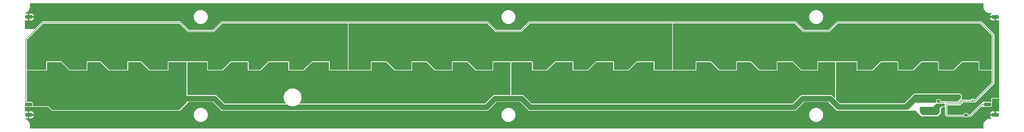
<source format=gtl>
G04 #@! TF.GenerationSoftware,KiCad,Pcbnew,7.0.9*
G04 #@! TF.CreationDate,2025-11-01T18:51:06+01:00*
G04 #@! TF.ProjectId,Treiber,54726569-6265-4722-9e6b-696361645f70,rev?*
G04 #@! TF.SameCoordinates,Original*
G04 #@! TF.FileFunction,Copper,L1,Top*
G04 #@! TF.FilePolarity,Positive*
%FSLAX46Y46*%
G04 Gerber Fmt 4.6, Leading zero omitted, Abs format (unit mm)*
G04 Created by KiCad (PCBNEW 7.0.9) date 2025-11-01 18:51:06*
%MOMM*%
%LPD*%
G01*
G04 APERTURE LIST*
G04 Aperture macros list*
%AMRoundRect*
0 Rectangle with rounded corners*
0 $1 Rounding radius*
0 $2 $3 $4 $5 $6 $7 $8 $9 X,Y pos of 4 corners*
0 Add a 4 corners polygon primitive as box body*
4,1,4,$2,$3,$4,$5,$6,$7,$8,$9,$2,$3,0*
0 Add four circle primitives for the rounded corners*
1,1,$1+$1,$2,$3*
1,1,$1+$1,$4,$5*
1,1,$1+$1,$6,$7*
1,1,$1+$1,$8,$9*
0 Add four rect primitives between the rounded corners*
20,1,$1+$1,$2,$3,$4,$5,0*
20,1,$1+$1,$4,$5,$6,$7,0*
20,1,$1+$1,$6,$7,$8,$9,0*
20,1,$1+$1,$8,$9,$2,$3,0*%
%AMFreePoly0*
4,1,17,0.485355,0.085355,0.500000,0.050000,0.500000,-0.050000,0.485355,-0.085355,0.450000,-0.100000,-0.300000,-0.100000,-0.300000,-0.250000,-0.314645,-0.285355,-0.350000,-0.300000,-0.450000,-0.300000,-0.485355,-0.285355,-0.500000,-0.250000,-0.500000,0.050000,-0.485355,0.085355,-0.450000,0.100000,0.450000,0.100000,0.485355,0.085355,0.485355,0.085355,$1*%
G04 Aperture macros list end*
G04 #@! TA.AperFunction,SMDPad,CuDef*
%ADD10RoundRect,0.093750X-0.106250X0.093750X-0.106250X-0.093750X0.106250X-0.093750X0.106250X0.093750X0*%
G04 #@! TD*
G04 #@! TA.AperFunction,SMDPad,CuDef*
%ADD11R,1.600000X1.000000*%
G04 #@! TD*
G04 #@! TA.AperFunction,SMDPad,CuDef*
%ADD12RoundRect,0.200000X-0.275000X0.200000X-0.275000X-0.200000X0.275000X-0.200000X0.275000X0.200000X0*%
G04 #@! TD*
G04 #@! TA.AperFunction,SMDPad,CuDef*
%ADD13R,2.200000X2.200000*%
G04 #@! TD*
G04 #@! TA.AperFunction,SMDPad,CuDef*
%ADD14R,1.250000X2.200000*%
G04 #@! TD*
G04 #@! TA.AperFunction,SMDPad,CuDef*
%ADD15R,4.000000X1.500000*%
G04 #@! TD*
G04 #@! TA.AperFunction,SMDPad,CuDef*
%ADD16R,0.450000X0.600000*%
G04 #@! TD*
G04 #@! TA.AperFunction,SMDPad,CuDef*
%ADD17RoundRect,0.225000X-0.250000X0.225000X-0.250000X-0.225000X0.250000X-0.225000X0.250000X0.225000X0*%
G04 #@! TD*
G04 #@! TA.AperFunction,SMDPad,CuDef*
%ADD18RoundRect,0.250000X-0.750000X-0.250000X0.750000X-0.250000X0.750000X0.250000X-0.750000X0.250000X0*%
G04 #@! TD*
G04 #@! TA.AperFunction,SMDPad,CuDef*
%ADD19RoundRect,0.050000X-0.300000X-0.050000X0.300000X-0.050000X0.300000X0.050000X-0.300000X0.050000X0*%
G04 #@! TD*
G04 #@! TA.AperFunction,SMDPad,CuDef*
%ADD20RoundRect,0.050000X-0.250000X-0.050000X0.250000X-0.050000X0.250000X0.050000X-0.250000X0.050000X0*%
G04 #@! TD*
G04 #@! TA.AperFunction,SMDPad,CuDef*
%ADD21FreePoly0,0.000000*%
G04 #@! TD*
G04 #@! TA.AperFunction,SMDPad,CuDef*
%ADD22RoundRect,0.200000X0.275000X-0.200000X0.275000X0.200000X-0.275000X0.200000X-0.275000X-0.200000X0*%
G04 #@! TD*
G04 #@! TA.AperFunction,SMDPad,CuDef*
%ADD23RoundRect,0.250000X1.100000X-0.325000X1.100000X0.325000X-1.100000X0.325000X-1.100000X-0.325000X0*%
G04 #@! TD*
G04 #@! TA.AperFunction,SMDPad,CuDef*
%ADD24RoundRect,0.250000X-1.100000X0.325000X-1.100000X-0.325000X1.100000X-0.325000X1.100000X0.325000X0*%
G04 #@! TD*
G04 #@! TA.AperFunction,SMDPad,CuDef*
%ADD25RoundRect,0.225000X0.225000X0.250000X-0.225000X0.250000X-0.225000X-0.250000X0.225000X-0.250000X0*%
G04 #@! TD*
G04 #@! TA.AperFunction,Conductor*
%ADD26C,0.200000*%
G04 #@! TD*
G04 #@! TA.AperFunction,Conductor*
%ADD27C,1.600000*%
G04 #@! TD*
G04 #@! TA.AperFunction,Conductor*
%ADD28C,1.000000*%
G04 #@! TD*
G04 APERTURE END LIST*
D10*
X360525000Y-102262500D03*
X359875000Y-102262500D03*
X359225000Y-102262500D03*
X359225000Y-104037500D03*
X359875000Y-104037500D03*
X360525000Y-104037500D03*
D11*
X359875000Y-103150000D03*
D12*
X351400000Y-103725000D03*
X351400000Y-105375000D03*
D13*
X330860000Y-94500000D03*
D14*
X333135000Y-94500000D03*
D13*
X261210000Y-94500000D03*
D14*
X263485000Y-94500000D03*
D13*
X168320000Y-94500000D03*
D14*
X170595000Y-94500000D03*
D13*
X319250000Y-94500000D03*
D14*
X321525000Y-94500000D03*
D13*
X249590000Y-94500000D03*
D14*
X251865000Y-94500000D03*
D13*
X110270000Y-94500000D03*
D14*
X112545000Y-94500000D03*
D15*
X340300000Y-107000000D03*
X340300000Y-103400000D03*
D13*
X237980000Y-94500000D03*
D14*
X240255000Y-94500000D03*
D16*
X353500000Y-104350000D03*
X353500000Y-106450000D03*
D17*
X343700000Y-104625000D03*
X343700000Y-106175000D03*
D13*
X307640000Y-94500000D03*
D14*
X309915000Y-94500000D03*
D13*
X87100000Y-94500000D03*
D14*
X89375000Y-94500000D03*
D13*
X226370000Y-94500000D03*
D14*
X228645000Y-94500000D03*
D13*
X191540000Y-94500000D03*
D14*
X193815000Y-94500000D03*
D18*
X83500000Y-108500000D03*
X83500000Y-105500000D03*
D19*
X345279000Y-104937000D03*
D20*
X345229000Y-105587000D03*
D19*
X345279000Y-106387000D03*
D20*
X346529000Y-106387000D03*
X346529000Y-105362000D03*
D21*
X346329000Y-104862000D03*
D13*
X145100000Y-94500000D03*
D14*
X147375000Y-94500000D03*
D22*
X351600000Y-110225000D03*
X351600000Y-108575000D03*
D13*
X98660000Y-94500000D03*
D14*
X100935000Y-94500000D03*
D18*
X357775000Y-105500000D03*
D23*
X348800000Y-106350000D03*
X348800000Y-103400000D03*
D13*
X203150000Y-94500000D03*
D14*
X205425000Y-94500000D03*
D13*
X133490000Y-94500000D03*
D14*
X135765000Y-94500000D03*
D24*
X348800000Y-107900000D03*
X348800000Y-110850000D03*
D13*
X354060000Y-94500000D03*
D14*
X356335000Y-94500000D03*
D18*
X83500000Y-80500000D03*
X360000000Y-108500000D03*
D13*
X214760000Y-94500000D03*
D14*
X217035000Y-94500000D03*
D18*
X360000000Y-80500000D03*
D13*
X156710000Y-94500000D03*
D14*
X158985000Y-94500000D03*
D13*
X296030000Y-94500000D03*
D14*
X298305000Y-94500000D03*
D13*
X284420000Y-94500000D03*
D14*
X286695000Y-94500000D03*
D13*
X272810000Y-94500000D03*
D14*
X275085000Y-94500000D03*
D25*
X346705000Y-107400000D03*
X345155000Y-107400000D03*
D13*
X121880000Y-94500000D03*
D14*
X124155000Y-94500000D03*
D13*
X342470000Y-94500000D03*
D14*
X344745000Y-94500000D03*
D13*
X179930000Y-94500000D03*
D14*
X182205000Y-94500000D03*
D26*
X360000000Y-82400000D02*
X358700000Y-83700000D01*
X360000000Y-80500000D02*
X360000000Y-82400000D01*
X356100000Y-105500000D02*
X357775000Y-105500000D01*
X360000000Y-85000000D02*
X357750000Y-82750000D01*
X360000000Y-99550000D02*
X360000000Y-85000000D01*
X354150000Y-105400000D02*
X360000000Y-99550000D01*
X351825000Y-105400000D02*
X354150000Y-105400000D01*
X350875000Y-106350000D02*
X351825000Y-105400000D01*
X348800000Y-106350000D02*
X350875000Y-106350000D01*
X85100000Y-80500000D02*
X83500000Y-80500000D01*
X87600000Y-78000000D02*
X85100000Y-80500000D01*
X348800000Y-106350000D02*
X348800000Y-107900000D01*
X346529000Y-107224000D02*
X346705000Y-107400000D01*
X357750000Y-82750000D02*
X353000000Y-78000000D01*
X353000000Y-78000000D02*
X87600000Y-78000000D01*
X348800000Y-107900000D02*
X347205000Y-107900000D01*
X347205000Y-107900000D02*
X346705000Y-107400000D01*
X346529000Y-106387000D02*
X346529000Y-107224000D01*
X345155000Y-109355000D02*
X345155000Y-107400000D01*
X360000000Y-108500000D02*
X356300000Y-108500000D01*
X348800000Y-110850000D02*
X345950000Y-110850000D01*
X345950000Y-110850000D02*
X345155000Y-110055000D01*
X345155000Y-110055000D02*
X345155000Y-109355000D01*
X344600000Y-110600000D02*
X88500000Y-110600000D01*
X88500000Y-110600000D02*
X86400000Y-108500000D01*
X356300000Y-108500000D02*
X353950000Y-110850000D01*
X353950000Y-110850000D02*
X348800000Y-110850000D01*
X345155000Y-109355000D02*
X345155000Y-110045000D01*
X345155000Y-106511000D02*
X345279000Y-106387000D01*
X345155000Y-107400000D02*
X345155000Y-106511000D01*
X86400000Y-108500000D02*
X83500000Y-108500000D01*
X345155000Y-110045000D02*
X344600000Y-110600000D01*
X344283000Y-104937000D02*
X343700000Y-104354000D01*
X345279000Y-104937000D02*
X344283000Y-104937000D01*
X344017000Y-105587000D02*
X342604000Y-107000000D01*
X345229000Y-105587000D02*
X344017000Y-105587000D01*
X342604000Y-107000000D02*
X340908000Y-107000000D01*
D27*
X136600000Y-103800000D02*
X128100000Y-103800000D01*
X216900000Y-103800000D02*
X224500000Y-103800000D01*
X334600000Y-106200000D02*
X335300000Y-105500000D01*
D26*
X95900000Y-106700000D02*
X89375000Y-100175000D01*
X336475000Y-103425000D02*
X339783000Y-103425000D01*
X100935000Y-94500000D02*
X100935000Y-105535000D01*
X89375000Y-100175000D02*
X89375000Y-94500000D01*
D27*
X156100000Y-106300000D02*
X139100000Y-106300000D01*
D26*
X337375000Y-103425000D02*
X335300000Y-105500000D01*
X102100000Y-106700000D02*
X95900000Y-106700000D01*
X114000000Y-106700000D02*
X125200000Y-106700000D01*
D27*
X227000000Y-106300000D02*
X302400000Y-106300000D01*
D26*
X112545000Y-94500000D02*
X112545000Y-105245000D01*
X339783000Y-103425000D02*
X337375000Y-103425000D01*
X114000000Y-106700000D02*
X102100000Y-106700000D01*
D27*
X139100000Y-106300000D02*
X136600000Y-103800000D01*
D28*
X161100000Y-106600000D02*
X156400000Y-106600000D01*
D27*
X315100000Y-106200000D02*
X334600000Y-106200000D01*
D28*
X156400000Y-106600000D02*
X156100000Y-106300000D01*
D27*
X312700000Y-103800000D02*
X315100000Y-106200000D01*
X224500000Y-103800000D02*
X227000000Y-106300000D01*
D26*
X125200000Y-106700000D02*
X128100000Y-103800000D01*
X124155000Y-106700000D02*
X124155000Y-94500000D01*
D27*
X302400000Y-106300000D02*
X304900000Y-103800000D01*
D28*
X161400000Y-106300000D02*
X161100000Y-106600000D01*
D26*
X348775000Y-103425000D02*
X339783000Y-103425000D01*
D27*
X304900000Y-103800000D02*
X312700000Y-103800000D01*
D26*
X348800000Y-103400000D02*
X348775000Y-103425000D01*
D27*
X214400000Y-106300000D02*
X216900000Y-103800000D01*
X161400000Y-106300000D02*
X214400000Y-106300000D01*
X128100000Y-103800000D02*
X128000000Y-103700000D01*
D26*
X100935000Y-105535000D02*
X102100000Y-106700000D01*
X333200000Y-106700000D02*
X336475000Y-103425000D01*
X112545000Y-105245000D02*
X114000000Y-106700000D01*
X330860000Y-99060000D02*
X330860000Y-94500000D01*
X350100000Y-100300000D02*
X343400000Y-100300000D01*
X346329000Y-104862000D02*
X349713000Y-104862000D01*
X351900000Y-103675000D02*
X352187500Y-103387500D01*
X352187500Y-102387500D02*
X354060000Y-100515000D01*
X342470000Y-99370000D02*
X342470000Y-94500000D01*
X343400000Y-100300000D02*
X342470000Y-99370000D01*
X332100000Y-100300000D02*
X330860000Y-99060000D01*
X332100000Y-100300000D02*
X321000000Y-100300000D01*
X321000000Y-100300000D02*
X319250000Y-98550000D01*
X349713000Y-104862000D02*
X350900000Y-103675000D01*
X354060000Y-100515000D02*
X354060000Y-94500000D01*
X319250000Y-98550000D02*
X319250000Y-94500000D01*
X343400000Y-100300000D02*
X332100000Y-100300000D01*
X352187500Y-103387500D02*
X352187500Y-102387500D01*
X350900000Y-103675000D02*
X351900000Y-103675000D01*
X352187500Y-102387500D02*
X350100000Y-100300000D01*
X302700000Y-82000000D02*
X305200000Y-84500000D01*
X224300000Y-84500000D02*
X226800000Y-82000000D01*
X359300000Y-85600000D02*
X359300000Y-99450000D01*
X87500000Y-82100000D02*
X126800000Y-82100000D01*
X349838000Y-105362000D02*
X346529000Y-105362000D01*
X350600000Y-104600000D02*
X349838000Y-105362000D01*
X345929000Y-105871000D02*
X346438000Y-105362000D01*
X314800000Y-82000000D02*
X355700000Y-82000000D01*
X126800000Y-82100000D02*
X129200000Y-84500000D01*
X352800000Y-108800000D02*
X346370000Y-108800000D01*
X355700000Y-82000000D02*
X359300000Y-85600000D01*
X226800000Y-82000000D02*
X302700000Y-82000000D01*
X82700000Y-86900000D02*
X87500000Y-82100000D01*
X305200000Y-84500000D02*
X312300000Y-84500000D01*
X346438000Y-105362000D02*
X346529000Y-105362000D01*
X83275000Y-105500000D02*
X82700000Y-104925000D01*
X129200000Y-84500000D02*
X136300000Y-84500000D01*
X214700000Y-82000000D02*
X217200000Y-84500000D01*
X138800000Y-82000000D02*
X214700000Y-82000000D01*
X136300000Y-84500000D02*
X138800000Y-82000000D01*
X345929000Y-108359000D02*
X345929000Y-105871000D01*
X354150000Y-104600000D02*
X350600000Y-104600000D01*
X356100000Y-105500000D02*
X352800000Y-108800000D01*
X82700000Y-104925000D02*
X82700000Y-86900000D01*
X217200000Y-84500000D02*
X224300000Y-84500000D01*
X83500000Y-105500000D02*
X83275000Y-105500000D01*
X312300000Y-84500000D02*
X314800000Y-82000000D01*
X346370000Y-108800000D02*
X345929000Y-108359000D01*
X359300000Y-99450000D02*
X354150000Y-104600000D01*
G04 #@! TA.AperFunction,Conductor*
G36*
X320259191Y-93418907D02*
G01*
X320295155Y-93468407D01*
X320300000Y-93499000D01*
X320300000Y-95800000D01*
X320300001Y-95800000D01*
X320872741Y-95800000D01*
X320877594Y-95800238D01*
X320880249Y-95800499D01*
X320880252Y-95800500D01*
X320880255Y-95800500D01*
X322169745Y-95800500D01*
X322169748Y-95800500D01*
X322169750Y-95800499D01*
X322172406Y-95800238D01*
X322177259Y-95800000D01*
X324899999Y-95800000D01*
X324900000Y-95800000D01*
X327271004Y-93428996D01*
X327325521Y-93401219D01*
X327341008Y-93400000D01*
X331901000Y-93400000D01*
X331959191Y-93418907D01*
X331995155Y-93468407D01*
X332000000Y-93499000D01*
X332000000Y-95800000D01*
X332000001Y-95800000D01*
X332482741Y-95800000D01*
X332487594Y-95800238D01*
X332490249Y-95800499D01*
X332490252Y-95800500D01*
X332490255Y-95800500D01*
X333779745Y-95800500D01*
X333779748Y-95800500D01*
X333779750Y-95800499D01*
X333782406Y-95800238D01*
X333787259Y-95800000D01*
X336499999Y-95800000D01*
X336500000Y-95800000D01*
X338871004Y-93428996D01*
X338925521Y-93401219D01*
X338941008Y-93400000D01*
X343501000Y-93400000D01*
X343559191Y-93418907D01*
X343595155Y-93468407D01*
X343600000Y-93499000D01*
X343600000Y-95800000D01*
X343600001Y-95800000D01*
X344092741Y-95800000D01*
X344097594Y-95800238D01*
X344100249Y-95800499D01*
X344100252Y-95800500D01*
X344100255Y-95800500D01*
X345389745Y-95800500D01*
X345389748Y-95800500D01*
X345389750Y-95800499D01*
X345392406Y-95800238D01*
X345397259Y-95800000D01*
X348099999Y-95800000D01*
X348100000Y-95800000D01*
X350471004Y-93428996D01*
X350525521Y-93401219D01*
X350541008Y-93400000D01*
X355101000Y-93400000D01*
X355159191Y-93418907D01*
X355195155Y-93468407D01*
X355200000Y-93499000D01*
X355200000Y-95800000D01*
X355682741Y-95800000D01*
X355687594Y-95800238D01*
X355690249Y-95800499D01*
X355690252Y-95800500D01*
X355690255Y-95800500D01*
X356979745Y-95800500D01*
X356979748Y-95800500D01*
X356979750Y-95800499D01*
X356982406Y-95800238D01*
X356987259Y-95800000D01*
X358900500Y-95800000D01*
X358958691Y-95818907D01*
X358994655Y-95868407D01*
X358999500Y-95899000D01*
X358999500Y-99159492D01*
X358980593Y-99217683D01*
X358970504Y-99229496D01*
X354094504Y-104105496D01*
X354039987Y-104133273D01*
X353979555Y-104123702D01*
X353936290Y-104080437D01*
X353925500Y-104035492D01*
X353925500Y-104030253D01*
X353925498Y-104030241D01*
X353914410Y-103974500D01*
X353913867Y-103971769D01*
X353869552Y-103905448D01*
X353869548Y-103905445D01*
X353803233Y-103861134D01*
X353803231Y-103861133D01*
X353803228Y-103861132D01*
X353803227Y-103861132D01*
X353744758Y-103849501D01*
X353744748Y-103849500D01*
X353255252Y-103849500D01*
X353255251Y-103849500D01*
X353255241Y-103849501D01*
X353196772Y-103861132D01*
X353196766Y-103861134D01*
X353130451Y-103905445D01*
X353130445Y-103905451D01*
X353086134Y-103971766D01*
X353086132Y-103971772D01*
X353074501Y-104030241D01*
X353074500Y-104030253D01*
X353074500Y-104101000D01*
X353055593Y-104159191D01*
X353006093Y-104195155D01*
X352975500Y-104200000D01*
X350499000Y-104200000D01*
X350440809Y-104181093D01*
X350404845Y-104131593D01*
X350400000Y-104101000D01*
X350400000Y-102800001D01*
X350400000Y-102800000D01*
X350000000Y-102400000D01*
X349999999Y-102400000D01*
X336800001Y-102400000D01*
X336800000Y-102400000D01*
X335350500Y-103849500D01*
X334029496Y-105170504D01*
X333974979Y-105198281D01*
X333959492Y-105199500D01*
X315555428Y-105199500D01*
X315497237Y-105180593D01*
X315485424Y-105170504D01*
X314428996Y-104114076D01*
X314401219Y-104059559D01*
X314400000Y-104044072D01*
X314400000Y-103688589D01*
X314401219Y-103673101D01*
X314405500Y-103646072D01*
X314405500Y-93499000D01*
X314424407Y-93440809D01*
X314473907Y-93404845D01*
X314504500Y-93400000D01*
X320201000Y-93400000D01*
X320259191Y-93418907D01*
G37*
G04 #@! TD.AperFunction*
G04 #@! TA.AperFunction,Conductor*
G36*
X349922683Y-102624407D02*
G01*
X349934496Y-102634496D01*
X350071004Y-102771004D01*
X350098781Y-102825521D01*
X350100000Y-102841008D01*
X350100000Y-103658992D01*
X350081093Y-103717183D01*
X350071004Y-103728996D01*
X349267496Y-104532504D01*
X349212979Y-104560281D01*
X349197492Y-104561500D01*
X346829215Y-104561500D01*
X346809902Y-104559598D01*
X346779003Y-104553452D01*
X346767852Y-104555670D01*
X346748539Y-104557572D01*
X346009468Y-104557572D01*
X345990155Y-104555670D01*
X345979004Y-104553452D01*
X345979003Y-104553452D01*
X345967852Y-104555670D01*
X345948539Y-104557572D01*
X345909468Y-104557572D01*
X345890155Y-104555670D01*
X345879004Y-104553452D01*
X345879003Y-104553452D01*
X345867852Y-104555670D01*
X345800769Y-104569012D01*
X345800769Y-104569013D01*
X345797097Y-104570533D01*
X345790824Y-104573132D01*
X345781383Y-104577042D01*
X345762500Y-104584863D01*
X345759819Y-104586422D01*
X345759035Y-104585074D01*
X345709816Y-104600000D01*
X344474500Y-104600000D01*
X344416309Y-104581093D01*
X344380345Y-104531593D01*
X344375500Y-104501000D01*
X344375500Y-104366510D01*
X344363797Y-104292624D01*
X344359719Y-104266874D01*
X344359716Y-104266869D01*
X344359716Y-104266867D01*
X344298529Y-104146782D01*
X344298528Y-104146780D01*
X344203220Y-104051472D01*
X344203217Y-104051470D01*
X344083132Y-103990283D01*
X344083127Y-103990281D01*
X344083126Y-103990281D01*
X344049913Y-103985020D01*
X343983490Y-103974500D01*
X343983488Y-103974500D01*
X343416512Y-103974500D01*
X343416510Y-103974500D01*
X343316874Y-103990281D01*
X343316867Y-103990283D01*
X343196782Y-104051470D01*
X343101470Y-104146782D01*
X343040283Y-104266867D01*
X343040281Y-104266874D01*
X343024500Y-104366510D01*
X343024500Y-104883489D01*
X343024821Y-104885517D01*
X343024712Y-104886199D01*
X343024805Y-104887370D01*
X343024523Y-104887392D01*
X343015247Y-104945949D01*
X342971981Y-104989211D01*
X342927039Y-105000000D01*
X337100000Y-105000000D01*
X335199000Y-106901000D01*
X335128996Y-106971004D01*
X335074479Y-106998781D01*
X335058992Y-107000000D01*
X334099000Y-107000000D01*
X334040809Y-106981093D01*
X334004845Y-106931593D01*
X334000000Y-106901000D01*
X334000000Y-105541008D01*
X334018907Y-105482817D01*
X334028996Y-105471004D01*
X336865504Y-102634496D01*
X336920021Y-102606719D01*
X336935508Y-102605500D01*
X349864492Y-102605500D01*
X349922683Y-102624407D01*
G37*
G04 #@! TD.AperFunction*
G04 #@! TA.AperFunction,Conductor*
G36*
X359369203Y-103855082D02*
G01*
X359373437Y-103855328D01*
X359379382Y-103855500D01*
X359379383Y-103855500D01*
X359720616Y-103855500D01*
X359722984Y-103855431D01*
X359726541Y-103855329D01*
X359728589Y-103855210D01*
X359730804Y-103855083D01*
X359733663Y-103855000D01*
X360016347Y-103855000D01*
X360019203Y-103855082D01*
X360023437Y-103855328D01*
X360029382Y-103855500D01*
X360029383Y-103855500D01*
X360370616Y-103855500D01*
X360372984Y-103855431D01*
X360376541Y-103855329D01*
X360378589Y-103855210D01*
X360380804Y-103855083D01*
X360383663Y-103855000D01*
X360666347Y-103855000D01*
X360669203Y-103855082D01*
X360673437Y-103855328D01*
X360679382Y-103855500D01*
X360679383Y-103855500D01*
X361000500Y-103855500D01*
X361058691Y-103874407D01*
X361094655Y-103923907D01*
X361099500Y-103954500D01*
X361099500Y-107333500D01*
X360586000Y-106820000D01*
X358720000Y-106820000D01*
X357679914Y-107860086D01*
X357679914Y-109782603D01*
X357657634Y-109791832D01*
X357441869Y-109916403D01*
X357244230Y-110068056D01*
X357068056Y-110244230D01*
X356916403Y-110441869D01*
X356791832Y-110657634D01*
X356696500Y-110887787D01*
X356696496Y-110887800D01*
X356632017Y-111128437D01*
X356632017Y-111128442D01*
X356599500Y-111375433D01*
X356599500Y-112300500D01*
X356580593Y-112358691D01*
X356531093Y-112394655D01*
X356500500Y-112399500D01*
X86220500Y-112399500D01*
X86680000Y-111940000D01*
X86680000Y-108500000D01*
X130744390Y-108500000D01*
X130764803Y-108785422D01*
X130764803Y-108785425D01*
X130764804Y-108785428D01*
X130818480Y-109032174D01*
X130825632Y-109065050D01*
X130925633Y-109333162D01*
X130925634Y-109333164D01*
X131062771Y-109584310D01*
X131062774Y-109584315D01*
X131234261Y-109813395D01*
X131436605Y-110015739D01*
X131665685Y-110187226D01*
X131916839Y-110324367D01*
X132184954Y-110424369D01*
X132464572Y-110485196D01*
X132598309Y-110494761D01*
X132678549Y-110500500D01*
X132678552Y-110500500D01*
X132821451Y-110500500D01*
X132892774Y-110495398D01*
X133035428Y-110485196D01*
X133315046Y-110424369D01*
X133583161Y-110324367D01*
X133834315Y-110187226D01*
X134063395Y-110015739D01*
X134265739Y-109813395D01*
X134437226Y-109584315D01*
X134574367Y-109333161D01*
X134674369Y-109065046D01*
X134735196Y-108785428D01*
X134755610Y-108500000D01*
X218744390Y-108500000D01*
X218764803Y-108785422D01*
X218764803Y-108785425D01*
X218764804Y-108785428D01*
X218818480Y-109032174D01*
X218825632Y-109065050D01*
X218925633Y-109333162D01*
X218925634Y-109333164D01*
X219062771Y-109584310D01*
X219062774Y-109584315D01*
X219234261Y-109813395D01*
X219436605Y-110015739D01*
X219665685Y-110187226D01*
X219916839Y-110324367D01*
X220184954Y-110424369D01*
X220464572Y-110485196D01*
X220598309Y-110494761D01*
X220678549Y-110500500D01*
X220678552Y-110500500D01*
X220821451Y-110500500D01*
X220892774Y-110495398D01*
X221035428Y-110485196D01*
X221315046Y-110424369D01*
X221583161Y-110324367D01*
X221834315Y-110187226D01*
X222063395Y-110015739D01*
X222265739Y-109813395D01*
X222437226Y-109584315D01*
X222574367Y-109333161D01*
X222674369Y-109065046D01*
X222735196Y-108785428D01*
X222755610Y-108500000D01*
X306744390Y-108500000D01*
X306764803Y-108785422D01*
X306764803Y-108785425D01*
X306764804Y-108785428D01*
X306818480Y-109032174D01*
X306825632Y-109065050D01*
X306925633Y-109333162D01*
X306925634Y-109333164D01*
X307062771Y-109584310D01*
X307062774Y-109584315D01*
X307234261Y-109813395D01*
X307436605Y-110015739D01*
X307665685Y-110187226D01*
X307916839Y-110324367D01*
X308184954Y-110424369D01*
X308464572Y-110485196D01*
X308598309Y-110494761D01*
X308678549Y-110500500D01*
X308678552Y-110500500D01*
X308821451Y-110500500D01*
X308892774Y-110495398D01*
X309035428Y-110485196D01*
X309315046Y-110424369D01*
X309583161Y-110324367D01*
X309834315Y-110187226D01*
X310063395Y-110015739D01*
X310265739Y-109813395D01*
X310437226Y-109584315D01*
X310574367Y-109333161D01*
X310674369Y-109065046D01*
X310735196Y-108785428D01*
X310755610Y-108500000D01*
X310735196Y-108214572D01*
X310674369Y-107934954D01*
X310574367Y-107666839D01*
X310437226Y-107415685D01*
X310265739Y-107186605D01*
X310063395Y-106984261D01*
X310035064Y-106963053D01*
X309900864Y-106862592D01*
X309834315Y-106812774D01*
X309834310Y-106812771D01*
X309583164Y-106675634D01*
X309583162Y-106675633D01*
X309315050Y-106575632D01*
X309315046Y-106575631D01*
X309035428Y-106514804D01*
X309035425Y-106514803D01*
X309035422Y-106514803D01*
X308821451Y-106499500D01*
X308821448Y-106499500D01*
X308678552Y-106499500D01*
X308678549Y-106499500D01*
X308464577Y-106514803D01*
X308184949Y-106575632D01*
X307916837Y-106675633D01*
X307916835Y-106675634D01*
X307665689Y-106812771D01*
X307436609Y-106984257D01*
X307234257Y-107186609D01*
X307062771Y-107415689D01*
X306925634Y-107666835D01*
X306925633Y-107666837D01*
X306825632Y-107934949D01*
X306764803Y-108214577D01*
X306744390Y-108500000D01*
X222755610Y-108500000D01*
X222735196Y-108214572D01*
X222674369Y-107934954D01*
X222574367Y-107666839D01*
X222437226Y-107415685D01*
X222265739Y-107186605D01*
X222063395Y-106984261D01*
X222035064Y-106963053D01*
X221900864Y-106862592D01*
X221834315Y-106812774D01*
X221834310Y-106812771D01*
X221583164Y-106675634D01*
X221583162Y-106675633D01*
X221315050Y-106575632D01*
X221315046Y-106575631D01*
X221035428Y-106514804D01*
X221035425Y-106514803D01*
X221035422Y-106514803D01*
X220821451Y-106499500D01*
X220821448Y-106499500D01*
X220678552Y-106499500D01*
X220678549Y-106499500D01*
X220464577Y-106514803D01*
X220184949Y-106575632D01*
X219916837Y-106675633D01*
X219916835Y-106675634D01*
X219665689Y-106812771D01*
X219436609Y-106984257D01*
X219234257Y-107186609D01*
X219062771Y-107415689D01*
X218925634Y-107666835D01*
X218925633Y-107666837D01*
X218825632Y-107934949D01*
X218764803Y-108214577D01*
X218744390Y-108500000D01*
X134755610Y-108500000D01*
X134735196Y-108214572D01*
X134674369Y-107934954D01*
X134574367Y-107666839D01*
X134437226Y-107415685D01*
X134265739Y-107186605D01*
X134063395Y-106984261D01*
X134035064Y-106963053D01*
X133900864Y-106862592D01*
X133834315Y-106812774D01*
X133834310Y-106812771D01*
X133583164Y-106675634D01*
X133583162Y-106675633D01*
X133315050Y-106575632D01*
X133315046Y-106575631D01*
X133035428Y-106514804D01*
X133035425Y-106514803D01*
X133035422Y-106514803D01*
X132821451Y-106499500D01*
X132821448Y-106499500D01*
X132678552Y-106499500D01*
X132678549Y-106499500D01*
X132464577Y-106514803D01*
X132184949Y-106575632D01*
X131916837Y-106675633D01*
X131916835Y-106675634D01*
X131665689Y-106812771D01*
X131436609Y-106984257D01*
X131234257Y-107186609D01*
X131062771Y-107415689D01*
X130925634Y-107666835D01*
X130925633Y-107666837D01*
X130825632Y-107934949D01*
X130764803Y-108214577D01*
X130744390Y-108500000D01*
X86680000Y-108500000D01*
X86680000Y-107610000D01*
X85275500Y-106205500D01*
X89064492Y-106205500D01*
X89122683Y-106224407D01*
X89134496Y-106234496D01*
X90200000Y-107300000D01*
X90200001Y-107300000D01*
X90298490Y-107300000D01*
X90313977Y-107301219D01*
X90341006Y-107305500D01*
X90341008Y-107305500D01*
X126563027Y-107305500D01*
X126563028Y-107305500D01*
X126571094Y-107305183D01*
X126590604Y-107303647D01*
X126590608Y-107303646D01*
X126595386Y-107302793D01*
X126595425Y-107303015D01*
X126617227Y-107300000D01*
X126799999Y-107300000D01*
X126800000Y-107300000D01*
X129270504Y-104829496D01*
X129325021Y-104801719D01*
X129340508Y-104800500D01*
X136144571Y-104800500D01*
X136202762Y-104819407D01*
X136214575Y-104829496D01*
X138383547Y-106998468D01*
X138444941Y-107063053D01*
X138444943Y-107063054D01*
X138444946Y-107063057D01*
X138495685Y-107098372D01*
X138498686Y-107100635D01*
X138500991Y-107102514D01*
X138507292Y-107107651D01*
X138511006Y-107111007D01*
X138699999Y-107299999D01*
X138700000Y-107300000D01*
X138990831Y-107300000D01*
X138995843Y-107300254D01*
X138998257Y-107300499D01*
X138998259Y-107300500D01*
X139060075Y-107300500D01*
X139063830Y-107300642D01*
X139125476Y-107305337D01*
X139155605Y-107301499D01*
X139160340Y-107300897D01*
X139166600Y-107300500D01*
X156059639Y-107300500D01*
X156075126Y-107301719D01*
X156098998Y-107305500D01*
X156099000Y-107305500D01*
X161400996Y-107305500D01*
X161401000Y-107305500D01*
X161433144Y-107302970D01*
X161438457Y-107302128D01*
X161441044Y-107301719D01*
X161456529Y-107300500D01*
X214387284Y-107300500D01*
X214476363Y-107302757D01*
X214483080Y-107301552D01*
X214500547Y-107300000D01*
X214800000Y-107300000D01*
X214973824Y-107126175D01*
X214976531Y-107123666D01*
X215001177Y-107102507D01*
X215006168Y-107098744D01*
X215035519Y-107079402D01*
X215079255Y-107035664D01*
X215081975Y-107033144D01*
X215128895Y-106992866D01*
X215150410Y-106965070D01*
X215154542Y-106960377D01*
X217285424Y-104829496D01*
X217339941Y-104801719D01*
X217355428Y-104800500D01*
X224044571Y-104800500D01*
X224102762Y-104819407D01*
X224114575Y-104829496D01*
X226283547Y-106998468D01*
X226344941Y-107063053D01*
X226344943Y-107063054D01*
X226344946Y-107063057D01*
X226395685Y-107098372D01*
X226398686Y-107100635D01*
X226400991Y-107102514D01*
X226407292Y-107107651D01*
X226411006Y-107111007D01*
X226599999Y-107299999D01*
X226600000Y-107300000D01*
X226890831Y-107300000D01*
X226895843Y-107300254D01*
X226898257Y-107300499D01*
X226898259Y-107300500D01*
X226960075Y-107300500D01*
X226963830Y-107300642D01*
X227025476Y-107305337D01*
X227055605Y-107301499D01*
X227060340Y-107300897D01*
X227066600Y-107300500D01*
X302387284Y-107300500D01*
X302476363Y-107302757D01*
X302483080Y-107301552D01*
X302500547Y-107300000D01*
X302800000Y-107300000D01*
X302973824Y-107126175D01*
X302976531Y-107123666D01*
X303001177Y-107102507D01*
X303006168Y-107098744D01*
X303035519Y-107079402D01*
X303079255Y-107035664D01*
X303081975Y-107033144D01*
X303128895Y-106992866D01*
X303150410Y-106965070D01*
X303154542Y-106960377D01*
X305285424Y-104829496D01*
X305339941Y-104801719D01*
X305355428Y-104800500D01*
X312159492Y-104800500D01*
X312217683Y-104819407D01*
X312229496Y-104829496D01*
X314700000Y-107300000D01*
X337158992Y-107300000D01*
X337217183Y-107318907D01*
X337228996Y-107328996D01*
X338800000Y-108900000D01*
X343599999Y-108900000D01*
X343600000Y-108900000D01*
X344400000Y-108100000D01*
X344400000Y-106741008D01*
X344418907Y-106682817D01*
X344428996Y-106671004D01*
X344765504Y-106334496D01*
X344820021Y-106306719D01*
X344835508Y-106305500D01*
X344881743Y-106305500D01*
X344881750Y-106305500D01*
X344891827Y-106305005D01*
X344916987Y-106302527D01*
X344921182Y-106302114D01*
X344921182Y-106302113D01*
X344928222Y-106301069D01*
X344942738Y-106300000D01*
X345501000Y-106300000D01*
X345559191Y-106318907D01*
X345595155Y-106368407D01*
X345600000Y-106399000D01*
X345600000Y-108500000D01*
X346200000Y-109100000D01*
X346200001Y-109100000D01*
X346301981Y-109100000D01*
X346307379Y-109100500D01*
X346313827Y-109100500D01*
X346323652Y-109100500D01*
X346346316Y-109103129D01*
X346355881Y-109105379D01*
X346383645Y-109101506D01*
X346387453Y-109100975D01*
X346394299Y-109100500D01*
X351057886Y-109100500D01*
X351102831Y-109111290D01*
X351199696Y-109160646D01*
X351293481Y-109175500D01*
X351906518Y-109175499D01*
X351906520Y-109175499D01*
X351906521Y-109175498D01*
X351953411Y-109168072D01*
X352000299Y-109160647D01*
X352000299Y-109160646D01*
X352000304Y-109160646D01*
X352097168Y-109111290D01*
X352142114Y-109100500D01*
X352734836Y-109100500D01*
X352748511Y-109102732D01*
X352748683Y-109101506D01*
X352757764Y-109102772D01*
X352757765Y-109102773D01*
X352757765Y-109102772D01*
X352757766Y-109102773D01*
X352766507Y-109102368D01*
X352805793Y-109100552D01*
X352808070Y-109100500D01*
X352827845Y-109100500D01*
X352830952Y-109100212D01*
X352835526Y-109100000D01*
X353000000Y-109100000D01*
X355801912Y-106233398D01*
X355856108Y-106205001D01*
X355872594Y-106203599D01*
X358565864Y-106200500D01*
X358580031Y-106200500D01*
X358580712Y-106200482D01*
X358588459Y-106200474D01*
X358588459Y-106200473D01*
X358597090Y-106200464D01*
X358606903Y-106197908D01*
X358609699Y-106197646D01*
X358737882Y-106152793D01*
X358847150Y-106072150D01*
X358927793Y-105962882D01*
X358972646Y-105834699D01*
X358975499Y-105804273D01*
X358975500Y-105804273D01*
X358975500Y-105195727D01*
X358975499Y-105195725D01*
X358972646Y-105165305D01*
X358972646Y-105165301D01*
X358972643Y-105165294D01*
X358972280Y-105163626D01*
X358970000Y-105142501D01*
X358970000Y-104926528D01*
X358984013Y-104875752D01*
X359016536Y-104821319D01*
X359035443Y-104763128D01*
X359045500Y-104699626D01*
X359045500Y-104249310D01*
X359045499Y-104249308D01*
X359045499Y-104249294D01*
X359041074Y-104206890D01*
X359032132Y-104164505D01*
X359030000Y-104144069D01*
X359030000Y-103954000D01*
X359048907Y-103895809D01*
X359098407Y-103859845D01*
X359129000Y-103855000D01*
X359366347Y-103855000D01*
X359369203Y-103855082D01*
G37*
G04 #@! TD.AperFunction*
G04 #@! TA.AperFunction,Conductor*
G36*
X227459191Y-93418907D02*
G01*
X227495155Y-93468407D01*
X227500000Y-93499000D01*
X227500000Y-95800000D01*
X227500001Y-95800000D01*
X227992741Y-95800000D01*
X227997594Y-95800238D01*
X228000249Y-95800499D01*
X228000252Y-95800500D01*
X228000255Y-95800500D01*
X229289745Y-95800500D01*
X229289748Y-95800500D01*
X229289750Y-95800499D01*
X229292406Y-95800238D01*
X229297259Y-95800000D01*
X231799999Y-95800000D01*
X231800000Y-95800000D01*
X234171004Y-93428996D01*
X234225521Y-93401219D01*
X234241008Y-93400000D01*
X239001000Y-93400000D01*
X239059191Y-93418907D01*
X239095155Y-93468407D01*
X239100000Y-93499000D01*
X239100000Y-95800000D01*
X239100001Y-95800000D01*
X239602741Y-95800000D01*
X239607594Y-95800238D01*
X239610249Y-95800499D01*
X239610252Y-95800500D01*
X239610255Y-95800500D01*
X240899745Y-95800500D01*
X240899748Y-95800500D01*
X240899750Y-95800499D01*
X240902406Y-95800238D01*
X240907259Y-95800000D01*
X243499999Y-95800000D01*
X243500000Y-95800000D01*
X245871004Y-93428996D01*
X245925521Y-93401219D01*
X245941008Y-93400000D01*
X250601000Y-93400000D01*
X250659191Y-93418907D01*
X250695155Y-93468407D01*
X250700000Y-93499000D01*
X250700000Y-95800000D01*
X250700001Y-95800000D01*
X251212741Y-95800000D01*
X251217594Y-95800238D01*
X251220249Y-95800499D01*
X251220252Y-95800500D01*
X251220255Y-95800500D01*
X252509745Y-95800500D01*
X252509748Y-95800500D01*
X252509750Y-95800499D01*
X252512406Y-95800238D01*
X252517259Y-95800000D01*
X255099999Y-95800000D01*
X255100000Y-95800000D01*
X257471004Y-93428996D01*
X257525521Y-93401219D01*
X257541008Y-93400000D01*
X262201000Y-93400000D01*
X262259191Y-93418907D01*
X262295155Y-93468407D01*
X262300000Y-93499000D01*
X262300000Y-95800000D01*
X262300001Y-95800000D01*
X262832741Y-95800000D01*
X262837594Y-95800238D01*
X262840249Y-95800499D01*
X262840252Y-95800500D01*
X262840255Y-95800500D01*
X264129745Y-95800500D01*
X264129748Y-95800500D01*
X264129750Y-95800499D01*
X264132406Y-95800238D01*
X264137259Y-95800000D01*
X271682741Y-95800000D01*
X271687594Y-95800238D01*
X271690249Y-95800499D01*
X271690252Y-95800500D01*
X271690255Y-95800500D01*
X273929745Y-95800500D01*
X273929748Y-95800500D01*
X273929750Y-95800499D01*
X273932406Y-95800238D01*
X273937259Y-95800000D01*
X274499999Y-95800000D01*
X274500000Y-95800000D01*
X274500000Y-93499000D01*
X274518907Y-93440809D01*
X274568407Y-93404845D01*
X274599000Y-93400000D01*
X278558992Y-93400000D01*
X278617183Y-93418907D01*
X278628996Y-93428996D01*
X281000000Y-95800000D01*
X281000001Y-95800000D01*
X283292741Y-95800000D01*
X283297594Y-95800238D01*
X283300249Y-95800499D01*
X283300252Y-95800500D01*
X283300255Y-95800500D01*
X285539745Y-95800500D01*
X285539748Y-95800500D01*
X285539750Y-95800499D01*
X285542406Y-95800238D01*
X285547259Y-95800000D01*
X286099999Y-95800000D01*
X286100000Y-95800000D01*
X286100000Y-93499000D01*
X286118907Y-93440809D01*
X286168407Y-93404845D01*
X286199000Y-93400000D01*
X289958992Y-93400000D01*
X290017183Y-93418907D01*
X290028996Y-93428996D01*
X292400000Y-95800000D01*
X292400001Y-95800000D01*
X294902741Y-95800000D01*
X294907594Y-95800238D01*
X294910249Y-95800499D01*
X294910252Y-95800500D01*
X294910255Y-95800500D01*
X297149745Y-95800500D01*
X297149748Y-95800500D01*
X297149750Y-95800499D01*
X297152406Y-95800238D01*
X297157259Y-95800000D01*
X297699999Y-95800000D01*
X297700000Y-95800000D01*
X297700000Y-93499000D01*
X297718907Y-93440809D01*
X297768407Y-93404845D01*
X297799000Y-93400000D01*
X301958992Y-93400000D01*
X302017183Y-93418907D01*
X302028996Y-93428996D01*
X304400000Y-95800000D01*
X304400001Y-95800000D01*
X306512741Y-95800000D01*
X306517594Y-95800238D01*
X306520249Y-95800499D01*
X306520252Y-95800500D01*
X306520255Y-95800500D01*
X308759745Y-95800500D01*
X308759748Y-95800500D01*
X308759750Y-95800499D01*
X308762406Y-95800238D01*
X308767259Y-95800000D01*
X309299999Y-95800000D01*
X309300000Y-95800000D01*
X309300000Y-93499000D01*
X309318907Y-93440809D01*
X309368407Y-93404845D01*
X309399000Y-93400000D01*
X314101000Y-93400000D01*
X314159191Y-93418907D01*
X314195155Y-93468407D01*
X314200000Y-93499000D01*
X314200000Y-103646072D01*
X314181093Y-103704263D01*
X314131593Y-103740227D01*
X314070407Y-103740227D01*
X314030996Y-103716076D01*
X313416452Y-103101532D01*
X313355063Y-103036951D01*
X313355053Y-103036942D01*
X313304318Y-103001630D01*
X313301320Y-102999370D01*
X313253407Y-102960302D01*
X313253405Y-102960301D01*
X313253404Y-102960300D01*
X313240891Y-102953764D01*
X313222251Y-102944027D01*
X313216900Y-102940786D01*
X313188049Y-102920705D01*
X313188048Y-102920704D01*
X313188046Y-102920703D01*
X313188047Y-102920703D01*
X313131233Y-102896321D01*
X313127836Y-102894708D01*
X313091628Y-102875795D01*
X313073049Y-102866091D01*
X313073046Y-102866090D01*
X313073040Y-102866088D01*
X313039262Y-102856422D01*
X313033356Y-102854319D01*
X313001054Y-102840458D01*
X313001055Y-102840458D01*
X312949427Y-102829849D01*
X312940500Y-102828014D01*
X312936856Y-102827120D01*
X312877418Y-102810113D01*
X312877413Y-102810112D01*
X312877414Y-102810112D01*
X312842371Y-102807443D01*
X312836163Y-102806572D01*
X312801746Y-102799500D01*
X312801741Y-102799500D01*
X312739925Y-102799500D01*
X312736169Y-102799357D01*
X312674524Y-102794663D01*
X312674523Y-102794663D01*
X312639660Y-102799103D01*
X312633400Y-102799500D01*
X304912716Y-102799500D01*
X304823642Y-102797243D01*
X304823640Y-102797243D01*
X304823637Y-102797243D01*
X304823634Y-102797243D01*
X304823625Y-102797244D01*
X304762788Y-102808148D01*
X304759064Y-102808671D01*
X304697561Y-102814926D01*
X304664022Y-102825447D01*
X304657936Y-102826940D01*
X304623353Y-102833140D01*
X304623346Y-102833142D01*
X304565935Y-102856073D01*
X304562392Y-102857334D01*
X304503420Y-102875837D01*
X304503414Y-102875839D01*
X304482294Y-102887562D01*
X304434252Y-102900000D01*
X304399999Y-102900000D01*
X304326200Y-102973798D01*
X304323441Y-102976355D01*
X304298829Y-102997484D01*
X304293821Y-103001261D01*
X304264482Y-103020596D01*
X304220767Y-103064311D01*
X304218008Y-103066867D01*
X304171102Y-103107135D01*
X304171102Y-103107136D01*
X304149598Y-103134917D01*
X304145453Y-103139623D01*
X302014576Y-105270504D01*
X301960059Y-105298281D01*
X301944572Y-105299500D01*
X227455429Y-105299500D01*
X227397238Y-105280593D01*
X227385425Y-105270504D01*
X225216452Y-103101531D01*
X225155063Y-103036951D01*
X225155053Y-103036942D01*
X225104318Y-103001630D01*
X225101320Y-102999370D01*
X225053407Y-102960302D01*
X225053405Y-102960301D01*
X225053404Y-102960300D01*
X225040891Y-102953764D01*
X225022251Y-102944027D01*
X225016900Y-102940786D01*
X224988049Y-102920705D01*
X224988048Y-102920704D01*
X224988046Y-102920703D01*
X224988044Y-102920702D01*
X224931233Y-102896322D01*
X224927834Y-102894708D01*
X224871923Y-102865502D01*
X224847758Y-102847757D01*
X224800000Y-102800000D01*
X224609169Y-102800000D01*
X224604157Y-102799746D01*
X224601742Y-102799500D01*
X224601741Y-102799500D01*
X224601739Y-102799500D01*
X224539925Y-102799500D01*
X224536169Y-102799357D01*
X224474524Y-102794663D01*
X224474523Y-102794663D01*
X224439660Y-102799103D01*
X224433400Y-102799500D01*
X221604500Y-102799500D01*
X221546309Y-102780593D01*
X221510345Y-102731093D01*
X221505500Y-102700500D01*
X221505500Y-93499000D01*
X221524407Y-93440809D01*
X221573907Y-93404845D01*
X221604500Y-93400000D01*
X227401000Y-93400000D01*
X227459191Y-93418907D01*
G37*
G04 #@! TD.AperFunction*
G04 #@! TA.AperFunction,Conductor*
G36*
X214592712Y-82319407D02*
G01*
X214604525Y-82329496D01*
X216941436Y-84666407D01*
X216949537Y-84677647D01*
X216950516Y-84676909D01*
X216956044Y-84684230D01*
X216991569Y-84716616D01*
X216993223Y-84718195D01*
X217000947Y-84725918D01*
X217007203Y-84732174D01*
X217010128Y-84734178D01*
X217015505Y-84738437D01*
X217039065Y-84759915D01*
X217039066Y-84759916D01*
X217048221Y-84763462D01*
X217068417Y-84774107D01*
X217078915Y-84781299D01*
X217092965Y-84792966D01*
X217099998Y-84799999D01*
X217100000Y-84800000D01*
X217131981Y-84800000D01*
X217137379Y-84800500D01*
X217143827Y-84800500D01*
X217153652Y-84800500D01*
X217176316Y-84803129D01*
X217185881Y-84805379D01*
X217213645Y-84801506D01*
X217217453Y-84800975D01*
X217224299Y-84800500D01*
X224234836Y-84800500D01*
X224248511Y-84802732D01*
X224248683Y-84801506D01*
X224257764Y-84802772D01*
X224257765Y-84802773D01*
X224257765Y-84802772D01*
X224257766Y-84802773D01*
X224266507Y-84802368D01*
X224305793Y-84800552D01*
X224308070Y-84800500D01*
X224327845Y-84800500D01*
X224330952Y-84800212D01*
X224335526Y-84800000D01*
X224399999Y-84800000D01*
X224400000Y-84800000D01*
X224414149Y-84785850D01*
X224432026Y-84771690D01*
X224437541Y-84768275D01*
X224443589Y-84765088D01*
X224472765Y-84752206D01*
X224479709Y-84745260D01*
X224497601Y-84731089D01*
X224505952Y-84725919D01*
X224525165Y-84700474D01*
X224529662Y-84695308D01*
X226895475Y-82329496D01*
X226949992Y-82301719D01*
X226965479Y-82300500D01*
X267495500Y-82300500D01*
X267553691Y-82319407D01*
X267589655Y-82368907D01*
X267594500Y-82399500D01*
X267594500Y-95495500D01*
X267575593Y-95553691D01*
X267526093Y-95589655D01*
X267495500Y-95594500D01*
X264134738Y-95594500D01*
X264129707Y-95594623D01*
X264123260Y-95594939D01*
X264120832Y-95594999D01*
X262849194Y-95594999D01*
X262846776Y-95594940D01*
X262840293Y-95594623D01*
X262835260Y-95594500D01*
X262835259Y-95594500D01*
X262609500Y-95594500D01*
X262551309Y-95575593D01*
X262515345Y-95526093D01*
X262510500Y-95495500D01*
X262510500Y-93380253D01*
X262510498Y-93380241D01*
X262504261Y-93348886D01*
X262498867Y-93321769D01*
X262454552Y-93255448D01*
X262440254Y-93245894D01*
X262388233Y-93211134D01*
X262388231Y-93211133D01*
X262388228Y-93211132D01*
X262388227Y-93211132D01*
X262329758Y-93199501D01*
X262329748Y-93199500D01*
X262329747Y-93199500D01*
X262240361Y-93199500D01*
X262224874Y-93198281D01*
X262201002Y-93194500D01*
X262201000Y-93194500D01*
X257536972Y-93194500D01*
X257528906Y-93194817D01*
X257509396Y-93196353D01*
X257509394Y-93196353D01*
X257509391Y-93196354D01*
X257432230Y-93218115D01*
X257432224Y-93218117D01*
X257377708Y-93245894D01*
X257325699Y-93283681D01*
X255043876Y-95565504D01*
X254989359Y-95593281D01*
X254973872Y-95594500D01*
X252514738Y-95594500D01*
X252509707Y-95594623D01*
X252503260Y-95594939D01*
X252500832Y-95594999D01*
X251229194Y-95594999D01*
X251226776Y-95594940D01*
X251220293Y-95594623D01*
X251215260Y-95594500D01*
X251215259Y-95594500D01*
X251004501Y-95594500D01*
X250946310Y-95575593D01*
X250910346Y-95526093D01*
X250905501Y-95495500D01*
X250905500Y-93499004D01*
X250905499Y-93498997D01*
X250902970Y-93466856D01*
X250898125Y-93436263D01*
X250897352Y-93431713D01*
X250897349Y-93431706D01*
X250895704Y-93426111D01*
X250896722Y-93425811D01*
X250890500Y-93395410D01*
X250890500Y-93380253D01*
X250890498Y-93380241D01*
X250884261Y-93348886D01*
X250878867Y-93321769D01*
X250834552Y-93255448D01*
X250820254Y-93245894D01*
X250768233Y-93211134D01*
X250768231Y-93211133D01*
X250768228Y-93211132D01*
X250768227Y-93211132D01*
X250709758Y-93199501D01*
X250709748Y-93199500D01*
X250709747Y-93199500D01*
X250640361Y-93199500D01*
X250624874Y-93198281D01*
X250601002Y-93194500D01*
X250601000Y-93194500D01*
X245936972Y-93194500D01*
X245928906Y-93194817D01*
X245909396Y-93196353D01*
X245909394Y-93196353D01*
X245909391Y-93196354D01*
X245832230Y-93218115D01*
X245832224Y-93218117D01*
X245777708Y-93245894D01*
X245725699Y-93283681D01*
X243443876Y-95565504D01*
X243389359Y-95593281D01*
X243373872Y-95594500D01*
X240904738Y-95594500D01*
X240899707Y-95594623D01*
X240893260Y-95594939D01*
X240890832Y-95594999D01*
X239619194Y-95594999D01*
X239616776Y-95594940D01*
X239610293Y-95594623D01*
X239605260Y-95594500D01*
X239605259Y-95594500D01*
X239404501Y-95594500D01*
X239346310Y-95575593D01*
X239310346Y-95526093D01*
X239305501Y-95495500D01*
X239305500Y-93499004D01*
X239305499Y-93498997D01*
X239302970Y-93466856D01*
X239298125Y-93436263D01*
X239297352Y-93431713D01*
X239288034Y-93409912D01*
X239281643Y-93384984D01*
X239281450Y-93385023D01*
X239280745Y-93381483D01*
X239280544Y-93380696D01*
X239280499Y-93380246D01*
X239274261Y-93348886D01*
X239268867Y-93321769D01*
X239224552Y-93255448D01*
X239210254Y-93245894D01*
X239158233Y-93211134D01*
X239158231Y-93211133D01*
X239158228Y-93211132D01*
X239158227Y-93211132D01*
X239099758Y-93199501D01*
X239099748Y-93199500D01*
X239099747Y-93199500D01*
X239040361Y-93199500D01*
X239024874Y-93198281D01*
X239001002Y-93194500D01*
X239001000Y-93194500D01*
X234236972Y-93194500D01*
X234228906Y-93194817D01*
X234209396Y-93196353D01*
X234209394Y-93196353D01*
X234209391Y-93196354D01*
X234132230Y-93218115D01*
X234132224Y-93218117D01*
X234077708Y-93245894D01*
X234025699Y-93283681D01*
X231743876Y-95565504D01*
X231689359Y-95593281D01*
X231673872Y-95594500D01*
X229294738Y-95594500D01*
X229289707Y-95594623D01*
X229283260Y-95594939D01*
X229280832Y-95594999D01*
X228009194Y-95594999D01*
X228006776Y-95594940D01*
X228000293Y-95594623D01*
X227995260Y-95594500D01*
X227995259Y-95594500D01*
X227804501Y-95594500D01*
X227746310Y-95575593D01*
X227710346Y-95526093D01*
X227705501Y-95495500D01*
X227705500Y-93499004D01*
X227705499Y-93498997D01*
X227702970Y-93466856D01*
X227698125Y-93436263D01*
X227697352Y-93431713D01*
X227686470Y-93406252D01*
X227670326Y-93368481D01*
X227664261Y-93348886D01*
X227661750Y-93336265D01*
X227658867Y-93321769D01*
X227614552Y-93255448D01*
X227600254Y-93245894D01*
X227548233Y-93211134D01*
X227548231Y-93211133D01*
X227548228Y-93211132D01*
X227548227Y-93211132D01*
X227489758Y-93199501D01*
X227489748Y-93199500D01*
X227489747Y-93199500D01*
X227440361Y-93199500D01*
X227424874Y-93198281D01*
X227401002Y-93194500D01*
X227401000Y-93194500D01*
X221604500Y-93194500D01*
X221572356Y-93197030D01*
X221564457Y-93198281D01*
X221541762Y-93201875D01*
X221537215Y-93202647D01*
X221537213Y-93202647D01*
X221453113Y-93238593D01*
X221449344Y-93240732D01*
X221389401Y-93253001D01*
X221349717Y-93239610D01*
X221322696Y-93223466D01*
X221322693Y-93223464D01*
X221322691Y-93223463D01*
X221322689Y-93223462D01*
X221264499Y-93204556D01*
X221264500Y-93204556D01*
X221201003Y-93194500D01*
X221201000Y-93194500D01*
X216499000Y-93194500D01*
X216466856Y-93197030D01*
X216461542Y-93197871D01*
X216458956Y-93198281D01*
X216443471Y-93199500D01*
X216390252Y-93199500D01*
X216390251Y-93199500D01*
X216390241Y-93199501D01*
X216331772Y-93211132D01*
X216331766Y-93211134D01*
X216265451Y-93255445D01*
X216265445Y-93255451D01*
X216221134Y-93321766D01*
X216221132Y-93321772D01*
X216209501Y-93380241D01*
X216209500Y-93380253D01*
X216209500Y-93404604D01*
X216205216Y-93431658D01*
X216205464Y-93431718D01*
X216204708Y-93434864D01*
X216204657Y-93435190D01*
X216204556Y-93435500D01*
X216194500Y-93498996D01*
X216194500Y-95495500D01*
X216175593Y-95553691D01*
X216126093Y-95589655D01*
X216095500Y-95594500D01*
X215884738Y-95594500D01*
X215879707Y-95594623D01*
X215873260Y-95594939D01*
X215870832Y-95594999D01*
X213649194Y-95594999D01*
X213646776Y-95594940D01*
X213640293Y-95594623D01*
X213635260Y-95594500D01*
X213635259Y-95594500D01*
X211526129Y-95594500D01*
X211467938Y-95575593D01*
X211456125Y-95565504D01*
X209171451Y-93280831D01*
X209165524Y-93275351D01*
X209150646Y-93262644D01*
X209150644Y-93262642D01*
X209150643Y-93262642D01*
X209080685Y-93223464D01*
X209022494Y-93204557D01*
X209022491Y-93204556D01*
X209022492Y-93204556D01*
X208958995Y-93194500D01*
X208958992Y-93194500D01*
X204899000Y-93194500D01*
X204866856Y-93197030D01*
X204861542Y-93197871D01*
X204858956Y-93198281D01*
X204843471Y-93199500D01*
X204780252Y-93199500D01*
X204780251Y-93199500D01*
X204780241Y-93199501D01*
X204721772Y-93211132D01*
X204721766Y-93211134D01*
X204655451Y-93255445D01*
X204655445Y-93255451D01*
X204611134Y-93321766D01*
X204611132Y-93321772D01*
X204599501Y-93380241D01*
X204599500Y-93380253D01*
X204599500Y-93459639D01*
X204598281Y-93475126D01*
X204594500Y-93498997D01*
X204594500Y-95495500D01*
X204575593Y-95553691D01*
X204526093Y-95589655D01*
X204495500Y-95594500D01*
X204274738Y-95594500D01*
X204269707Y-95594623D01*
X204263260Y-95594939D01*
X204260832Y-95594999D01*
X202039194Y-95594999D01*
X202036776Y-95594940D01*
X202030293Y-95594623D01*
X202025260Y-95594500D01*
X202025259Y-95594500D01*
X199826129Y-95594500D01*
X199767938Y-95575593D01*
X199756125Y-95565504D01*
X197471451Y-93280831D01*
X197465524Y-93275351D01*
X197450646Y-93262644D01*
X197450644Y-93262642D01*
X197450643Y-93262642D01*
X197380685Y-93223464D01*
X197322494Y-93204557D01*
X197322491Y-93204556D01*
X197322492Y-93204556D01*
X197258995Y-93194500D01*
X197258992Y-93194500D01*
X193299000Y-93194500D01*
X193266856Y-93197030D01*
X193261542Y-93197871D01*
X193258956Y-93198281D01*
X193243471Y-93199500D01*
X193170252Y-93199500D01*
X193170251Y-93199500D01*
X193170241Y-93199501D01*
X193111772Y-93211132D01*
X193111766Y-93211134D01*
X193045451Y-93255445D01*
X193045445Y-93255451D01*
X193001134Y-93321766D01*
X193001132Y-93321772D01*
X192989501Y-93380241D01*
X192989500Y-93380253D01*
X192989500Y-95495500D01*
X192970593Y-95553691D01*
X192921093Y-95589655D01*
X192890500Y-95594500D01*
X192664738Y-95594500D01*
X192659707Y-95594623D01*
X192653260Y-95594939D01*
X192650832Y-95594999D01*
X190429194Y-95594999D01*
X190426776Y-95594940D01*
X190420293Y-95594623D01*
X190415260Y-95594500D01*
X190415259Y-95594500D01*
X188326129Y-95594500D01*
X188267938Y-95575593D01*
X188256125Y-95565504D01*
X185971451Y-93280831D01*
X185965524Y-93275351D01*
X185950646Y-93262644D01*
X185950644Y-93262642D01*
X185950643Y-93262642D01*
X185880685Y-93223464D01*
X185822494Y-93204557D01*
X185822491Y-93204556D01*
X185822492Y-93204556D01*
X185758995Y-93194500D01*
X185758992Y-93194500D01*
X181699000Y-93194500D01*
X181666856Y-93197030D01*
X181661542Y-93197871D01*
X181658956Y-93198281D01*
X181643471Y-93199500D01*
X181560252Y-93199500D01*
X181560251Y-93199500D01*
X181560241Y-93199501D01*
X181501772Y-93211132D01*
X181501766Y-93211134D01*
X181435451Y-93255445D01*
X181435445Y-93255451D01*
X181391134Y-93321766D01*
X181391132Y-93321772D01*
X181379501Y-93380241D01*
X181379500Y-93380253D01*
X181379500Y-95495500D01*
X181360593Y-95553691D01*
X181311093Y-95589655D01*
X181280500Y-95594500D01*
X181054738Y-95594500D01*
X181049707Y-95594623D01*
X181043260Y-95594939D01*
X181040832Y-95594999D01*
X178819194Y-95594999D01*
X178816776Y-95594940D01*
X178810293Y-95594623D01*
X178805260Y-95594500D01*
X178805259Y-95594500D01*
X175104500Y-95594500D01*
X175046309Y-95575593D01*
X175010345Y-95526093D01*
X175005500Y-95495500D01*
X175005500Y-82399500D01*
X175024407Y-82341309D01*
X175073907Y-82305345D01*
X175104500Y-82300500D01*
X214534521Y-82300500D01*
X214592712Y-82319407D01*
G37*
G04 #@! TD.AperFunction*
G04 #@! TA.AperFunction,Conductor*
G36*
X345459191Y-105318907D02*
G01*
X345495155Y-105368407D01*
X345500000Y-105399000D01*
X345500000Y-105987500D01*
X345481093Y-106045691D01*
X345431593Y-106081655D01*
X345401000Y-106086500D01*
X345344164Y-106086500D01*
X345330488Y-106084267D01*
X345330317Y-106085494D01*
X345321233Y-106084226D01*
X345280886Y-106086092D01*
X345273206Y-106086447D01*
X345270930Y-106086500D01*
X344954325Y-106086500D01*
X344929501Y-106091438D01*
X344896019Y-106098098D01*
X344876706Y-106100000D01*
X344600000Y-106100000D01*
X344100000Y-106600000D01*
X344100000Y-106600001D01*
X344100000Y-107858992D01*
X344081093Y-107917183D01*
X344071004Y-107928996D01*
X343428996Y-108571004D01*
X343374479Y-108598781D01*
X343358992Y-108600000D01*
X339341008Y-108600000D01*
X339282817Y-108581093D01*
X339271004Y-108571004D01*
X338428996Y-107728996D01*
X338401219Y-107674479D01*
X338400000Y-107658992D01*
X338400000Y-106399000D01*
X338418907Y-106340809D01*
X338468407Y-106304845D01*
X338499000Y-106300000D01*
X342099999Y-106300000D01*
X342100000Y-106300000D01*
X343071004Y-105328996D01*
X343125521Y-105301219D01*
X343141008Y-105300000D01*
X345401000Y-105300000D01*
X345459191Y-105318907D01*
G37*
G04 #@! TD.AperFunction*
G04 #@! TA.AperFunction,Conductor*
G36*
X302592712Y-82319407D02*
G01*
X302604525Y-82329496D01*
X304941436Y-84666407D01*
X304949537Y-84677647D01*
X304950516Y-84676909D01*
X304956044Y-84684230D01*
X304991569Y-84716616D01*
X304993223Y-84718195D01*
X305000947Y-84725918D01*
X305007203Y-84732174D01*
X305010128Y-84734178D01*
X305015505Y-84738437D01*
X305039065Y-84759915D01*
X305039066Y-84759916D01*
X305048221Y-84763462D01*
X305068417Y-84774107D01*
X305078915Y-84781299D01*
X305092965Y-84792966D01*
X305099998Y-84799999D01*
X305100000Y-84800000D01*
X305131981Y-84800000D01*
X305137379Y-84800500D01*
X305143827Y-84800500D01*
X305153652Y-84800500D01*
X305176316Y-84803129D01*
X305185881Y-84805379D01*
X305213645Y-84801506D01*
X305217453Y-84800975D01*
X305224299Y-84800500D01*
X312234836Y-84800500D01*
X312248511Y-84802732D01*
X312248683Y-84801506D01*
X312257764Y-84802772D01*
X312257765Y-84802773D01*
X312257765Y-84802772D01*
X312257766Y-84802773D01*
X312266507Y-84802368D01*
X312305793Y-84800552D01*
X312308070Y-84800500D01*
X312327845Y-84800500D01*
X312330952Y-84800212D01*
X312335526Y-84800000D01*
X312399999Y-84800000D01*
X312400000Y-84800000D01*
X312414149Y-84785850D01*
X312432026Y-84771690D01*
X312437541Y-84768275D01*
X312443589Y-84765088D01*
X312472765Y-84752206D01*
X312479709Y-84745260D01*
X312497601Y-84731089D01*
X312505952Y-84725919D01*
X312525165Y-84700474D01*
X312529662Y-84695308D01*
X314895475Y-82329496D01*
X314949992Y-82301719D01*
X314965479Y-82300500D01*
X355534521Y-82300500D01*
X355592712Y-82319407D01*
X355604525Y-82329496D01*
X358970504Y-85695475D01*
X358998281Y-85749992D01*
X358999500Y-85765479D01*
X358999500Y-95495500D01*
X358980593Y-95553691D01*
X358931093Y-95589655D01*
X358900500Y-95594500D01*
X356984738Y-95594500D01*
X356979707Y-95594623D01*
X356973260Y-95594939D01*
X356970832Y-95594999D01*
X355699194Y-95594999D01*
X355696776Y-95594940D01*
X355690293Y-95594623D01*
X355685260Y-95594500D01*
X355685259Y-95594500D01*
X355504500Y-95594500D01*
X355446309Y-95575593D01*
X355410345Y-95526093D01*
X355405500Y-95495500D01*
X355405500Y-93499004D01*
X355402970Y-93466858D01*
X355402970Y-93466857D01*
X355398125Y-93436262D01*
X355397353Y-93431717D01*
X355397352Y-93431715D01*
X355397352Y-93431713D01*
X355361408Y-93347617D01*
X355361407Y-93347616D01*
X355361406Y-93347613D01*
X355358664Y-93342781D01*
X355360007Y-93342018D01*
X355354733Y-93329896D01*
X355352599Y-93330780D01*
X355348867Y-93321773D01*
X355348867Y-93321769D01*
X355304552Y-93255448D01*
X355290254Y-93245894D01*
X355238233Y-93211134D01*
X355238231Y-93211133D01*
X355238228Y-93211132D01*
X355238227Y-93211132D01*
X355179758Y-93199501D01*
X355179748Y-93199500D01*
X355179747Y-93199500D01*
X355140361Y-93199500D01*
X355124874Y-93198281D01*
X355101002Y-93194500D01*
X355101000Y-93194500D01*
X350536972Y-93194500D01*
X350528906Y-93194817D01*
X350509396Y-93196353D01*
X350509394Y-93196353D01*
X350509391Y-93196354D01*
X350432230Y-93218115D01*
X350432224Y-93218117D01*
X350377708Y-93245894D01*
X350325699Y-93283681D01*
X348043876Y-95565504D01*
X347989359Y-95593281D01*
X347973872Y-95594500D01*
X345394738Y-95594500D01*
X345389707Y-95594623D01*
X345383260Y-95594939D01*
X345380832Y-95594999D01*
X344109194Y-95594999D01*
X344106776Y-95594940D01*
X344100293Y-95594623D01*
X344095260Y-95594500D01*
X344095259Y-95594500D01*
X343904501Y-95594500D01*
X343846310Y-95575593D01*
X343810346Y-95526093D01*
X343805501Y-95495500D01*
X343805500Y-93499004D01*
X343802970Y-93466858D01*
X343802970Y-93466857D01*
X343798125Y-93436262D01*
X343797867Y-93434746D01*
X343797352Y-93431713D01*
X343770326Y-93368481D01*
X343764261Y-93348886D01*
X343760659Y-93330780D01*
X343758867Y-93321769D01*
X343714552Y-93255448D01*
X343700254Y-93245894D01*
X343648233Y-93211134D01*
X343648231Y-93211133D01*
X343648228Y-93211132D01*
X343648227Y-93211132D01*
X343589758Y-93199501D01*
X343589748Y-93199500D01*
X343589747Y-93199500D01*
X343540361Y-93199500D01*
X343524874Y-93198281D01*
X343501002Y-93194500D01*
X343501000Y-93194500D01*
X338936972Y-93194500D01*
X338928906Y-93194817D01*
X338909396Y-93196353D01*
X338909394Y-93196353D01*
X338909391Y-93196354D01*
X338832230Y-93218115D01*
X338832224Y-93218117D01*
X338777708Y-93245894D01*
X338725699Y-93283681D01*
X336443876Y-95565504D01*
X336389359Y-95593281D01*
X336373872Y-95594500D01*
X333784738Y-95594500D01*
X333779707Y-95594623D01*
X333773260Y-95594939D01*
X333770832Y-95594999D01*
X332499194Y-95594999D01*
X332496776Y-95594940D01*
X332490293Y-95594623D01*
X332485260Y-95594500D01*
X332485259Y-95594500D01*
X332304501Y-95594500D01*
X332246310Y-95575593D01*
X332210346Y-95526093D01*
X332205501Y-95495500D01*
X332205500Y-93499004D01*
X332202970Y-93466858D01*
X332202970Y-93466857D01*
X332198125Y-93436262D01*
X332197353Y-93431717D01*
X332197352Y-93431715D01*
X332197352Y-93431713D01*
X332161408Y-93347617D01*
X332161407Y-93347616D01*
X332161406Y-93347613D01*
X332158664Y-93342781D01*
X332160007Y-93342018D01*
X332154733Y-93329896D01*
X332152599Y-93330780D01*
X332148867Y-93321773D01*
X332148867Y-93321769D01*
X332104552Y-93255448D01*
X332090254Y-93245894D01*
X332038233Y-93211134D01*
X332038231Y-93211133D01*
X332038228Y-93211132D01*
X332038227Y-93211132D01*
X331979758Y-93199501D01*
X331979748Y-93199500D01*
X331979747Y-93199500D01*
X331940361Y-93199500D01*
X331924874Y-93198281D01*
X331901002Y-93194500D01*
X331901000Y-93194500D01*
X327336972Y-93194500D01*
X327328906Y-93194817D01*
X327309396Y-93196353D01*
X327309394Y-93196353D01*
X327309391Y-93196354D01*
X327232230Y-93218115D01*
X327232224Y-93218117D01*
X327177708Y-93245894D01*
X327125699Y-93283681D01*
X324843876Y-95565504D01*
X324789359Y-95593281D01*
X324773872Y-95594500D01*
X322174738Y-95594500D01*
X322169707Y-95594623D01*
X322163260Y-95594939D01*
X322160832Y-95594999D01*
X320889194Y-95594999D01*
X320886776Y-95594940D01*
X320880293Y-95594623D01*
X320875260Y-95594500D01*
X320875259Y-95594500D01*
X320649500Y-95594500D01*
X320591309Y-95575593D01*
X320555345Y-95526093D01*
X320550500Y-95495500D01*
X320550500Y-93380253D01*
X320550498Y-93380241D01*
X320544008Y-93347617D01*
X320538867Y-93321769D01*
X320494552Y-93255448D01*
X320480254Y-93245894D01*
X320428233Y-93211134D01*
X320428231Y-93211133D01*
X320428228Y-93211132D01*
X320428227Y-93211132D01*
X320369758Y-93199501D01*
X320369748Y-93199500D01*
X320369747Y-93199500D01*
X320240361Y-93199500D01*
X320224874Y-93198281D01*
X320201002Y-93194500D01*
X320201000Y-93194500D01*
X314504500Y-93194500D01*
X314472356Y-93197030D01*
X314464457Y-93198281D01*
X314441762Y-93201875D01*
X314437215Y-93202647D01*
X314437213Y-93202647D01*
X314353113Y-93238593D01*
X314349344Y-93240732D01*
X314289401Y-93253001D01*
X314249717Y-93239610D01*
X314222696Y-93223466D01*
X314222693Y-93223464D01*
X314222691Y-93223463D01*
X314222689Y-93223462D01*
X314164499Y-93204556D01*
X314164500Y-93204556D01*
X314101003Y-93194500D01*
X314101000Y-93194500D01*
X309399000Y-93194500D01*
X309366856Y-93197030D01*
X309361542Y-93197871D01*
X309358956Y-93198281D01*
X309343471Y-93199500D01*
X309270252Y-93199500D01*
X309270251Y-93199500D01*
X309270241Y-93199501D01*
X309211772Y-93211132D01*
X309211766Y-93211134D01*
X309145451Y-93255445D01*
X309145445Y-93255451D01*
X309101134Y-93321766D01*
X309101132Y-93321772D01*
X309089501Y-93380241D01*
X309089500Y-93380253D01*
X309089500Y-95495500D01*
X309070593Y-95553691D01*
X309021093Y-95589655D01*
X308990500Y-95594500D01*
X308764738Y-95594500D01*
X308759707Y-95594623D01*
X308753260Y-95594939D01*
X308750832Y-95594999D01*
X306529194Y-95594999D01*
X306526776Y-95594940D01*
X306520293Y-95594623D01*
X306515260Y-95594500D01*
X306515259Y-95594500D01*
X304526129Y-95594500D01*
X304467938Y-95575593D01*
X304456125Y-95565504D01*
X302171451Y-93280831D01*
X302165524Y-93275351D01*
X302150646Y-93262644D01*
X302150644Y-93262642D01*
X302150643Y-93262642D01*
X302080685Y-93223464D01*
X302022494Y-93204557D01*
X302022491Y-93204556D01*
X302022492Y-93204556D01*
X301958995Y-93194500D01*
X301958992Y-93194500D01*
X297799000Y-93194500D01*
X297766856Y-93197030D01*
X297761542Y-93197871D01*
X297758956Y-93198281D01*
X297743471Y-93199500D01*
X297660252Y-93199500D01*
X297660251Y-93199500D01*
X297660241Y-93199501D01*
X297601772Y-93211132D01*
X297601766Y-93211134D01*
X297535451Y-93255445D01*
X297535445Y-93255451D01*
X297491134Y-93321766D01*
X297491132Y-93321772D01*
X297479501Y-93380241D01*
X297479500Y-93380253D01*
X297479500Y-95495500D01*
X297460593Y-95553691D01*
X297411093Y-95589655D01*
X297380500Y-95594500D01*
X297154738Y-95594500D01*
X297149707Y-95594623D01*
X297143260Y-95594939D01*
X297140832Y-95594999D01*
X294919194Y-95594999D01*
X294916776Y-95594940D01*
X294910293Y-95594623D01*
X294905260Y-95594500D01*
X294905259Y-95594500D01*
X292526129Y-95594500D01*
X292467938Y-95575593D01*
X292456125Y-95565504D01*
X290171451Y-93280831D01*
X290165524Y-93275351D01*
X290150646Y-93262644D01*
X290150644Y-93262642D01*
X290150643Y-93262642D01*
X290080685Y-93223464D01*
X290022494Y-93204557D01*
X290022491Y-93204556D01*
X290022492Y-93204556D01*
X289958995Y-93194500D01*
X289958992Y-93194500D01*
X286199000Y-93194500D01*
X286166856Y-93197030D01*
X286161542Y-93197871D01*
X286158956Y-93198281D01*
X286143471Y-93199500D01*
X286050252Y-93199500D01*
X286050251Y-93199500D01*
X286050241Y-93199501D01*
X285991772Y-93211132D01*
X285991766Y-93211134D01*
X285925451Y-93255445D01*
X285925445Y-93255451D01*
X285881134Y-93321766D01*
X285881132Y-93321772D01*
X285869501Y-93380241D01*
X285869500Y-93380253D01*
X285869500Y-95495500D01*
X285850593Y-95553691D01*
X285801093Y-95589655D01*
X285770500Y-95594500D01*
X285544738Y-95594500D01*
X285539707Y-95594623D01*
X285533260Y-95594939D01*
X285530832Y-95594999D01*
X283309194Y-95594999D01*
X283306776Y-95594940D01*
X283300293Y-95594623D01*
X283295260Y-95594500D01*
X283295259Y-95594500D01*
X281126129Y-95594500D01*
X281067938Y-95575593D01*
X281056125Y-95565504D01*
X278771451Y-93280831D01*
X278765524Y-93275351D01*
X278750646Y-93262644D01*
X278750644Y-93262642D01*
X278750643Y-93262642D01*
X278680685Y-93223464D01*
X278622494Y-93204557D01*
X278622491Y-93204556D01*
X278622492Y-93204556D01*
X278558995Y-93194500D01*
X278558992Y-93194500D01*
X274599000Y-93194500D01*
X274566856Y-93197030D01*
X274561542Y-93197871D01*
X274558956Y-93198281D01*
X274543471Y-93199500D01*
X274440252Y-93199500D01*
X274440251Y-93199500D01*
X274440241Y-93199501D01*
X274381772Y-93211132D01*
X274381766Y-93211134D01*
X274315451Y-93255445D01*
X274315445Y-93255451D01*
X274271134Y-93321766D01*
X274271132Y-93321772D01*
X274259501Y-93380241D01*
X274259500Y-93380253D01*
X274259500Y-95495500D01*
X274240593Y-95553691D01*
X274191093Y-95589655D01*
X274160500Y-95594500D01*
X273934738Y-95594500D01*
X273929707Y-95594623D01*
X273923260Y-95594939D01*
X273920832Y-95594999D01*
X271699194Y-95594999D01*
X271696776Y-95594940D01*
X271690293Y-95594623D01*
X271685260Y-95594500D01*
X271685259Y-95594500D01*
X267899000Y-95594500D01*
X267840809Y-95575593D01*
X267804845Y-95526093D01*
X267800000Y-95495500D01*
X267800000Y-82399500D01*
X267818907Y-82341309D01*
X267868407Y-82305345D01*
X267899000Y-82300500D01*
X302534521Y-82300500D01*
X302592712Y-82319407D01*
G37*
G04 #@! TD.AperFunction*
G04 #@! TA.AperFunction,Conductor*
G36*
X174759191Y-82319407D02*
G01*
X174795155Y-82368907D01*
X174800000Y-82399500D01*
X174800000Y-95495500D01*
X174781093Y-95553691D01*
X174731593Y-95589655D01*
X174701000Y-95594500D01*
X171244738Y-95594500D01*
X171239707Y-95594623D01*
X171233260Y-95594939D01*
X171230832Y-95594999D01*
X169959194Y-95594999D01*
X169956776Y-95594940D01*
X169950293Y-95594623D01*
X169945260Y-95594500D01*
X169945259Y-95594500D01*
X169719500Y-95594500D01*
X169661309Y-95575593D01*
X169625345Y-95526093D01*
X169620500Y-95495500D01*
X169620500Y-93380253D01*
X169620498Y-93380241D01*
X169613272Y-93343915D01*
X169608867Y-93321769D01*
X169564552Y-93255448D01*
X169550254Y-93245894D01*
X169498233Y-93211134D01*
X169498231Y-93211133D01*
X169498228Y-93211132D01*
X169498227Y-93211132D01*
X169439758Y-93199501D01*
X169439748Y-93199500D01*
X169439747Y-93199500D01*
X169340361Y-93199500D01*
X169324874Y-93198281D01*
X169301002Y-93194500D01*
X169301000Y-93194500D01*
X164736319Y-93194500D01*
X164729302Y-93194740D01*
X164727333Y-93194874D01*
X164712318Y-93195901D01*
X164712309Y-93195902D01*
X164636799Y-93215955D01*
X164581726Y-93242616D01*
X164528951Y-93279339D01*
X162146058Y-95566917D01*
X162090986Y-95593577D01*
X162077497Y-95594500D01*
X159634738Y-95594500D01*
X159629707Y-95594623D01*
X159623260Y-95594939D01*
X159620832Y-95594999D01*
X158349194Y-95594999D01*
X158346776Y-95594940D01*
X158340293Y-95594623D01*
X158335260Y-95594500D01*
X158335259Y-95594500D01*
X158109500Y-95594500D01*
X158051309Y-95575593D01*
X158015345Y-95526093D01*
X158010500Y-95495500D01*
X158010500Y-93380253D01*
X158010498Y-93380241D01*
X158003272Y-93343915D01*
X157998867Y-93321769D01*
X157954552Y-93255448D01*
X157940254Y-93245894D01*
X157888233Y-93211134D01*
X157888231Y-93211133D01*
X157888228Y-93211132D01*
X157888227Y-93211132D01*
X157829758Y-93199501D01*
X157829748Y-93199500D01*
X157829747Y-93199500D01*
X157740361Y-93199500D01*
X157724874Y-93198281D01*
X157701002Y-93194500D01*
X157701000Y-93194500D01*
X152236972Y-93194500D01*
X152228906Y-93194817D01*
X152209396Y-93196353D01*
X152209394Y-93196353D01*
X152209391Y-93196354D01*
X152132230Y-93218115D01*
X152132224Y-93218117D01*
X152077708Y-93245894D01*
X152025699Y-93283681D01*
X149743876Y-95565504D01*
X149689359Y-95593281D01*
X149673872Y-95594500D01*
X148024738Y-95594500D01*
X148019707Y-95594623D01*
X148013260Y-95594939D01*
X148010832Y-95594999D01*
X146739194Y-95594999D01*
X146736776Y-95594940D01*
X146730293Y-95594623D01*
X146725260Y-95594500D01*
X146725259Y-95594500D01*
X146504501Y-95594500D01*
X146446310Y-95575593D01*
X146410346Y-95526093D01*
X146405501Y-95495500D01*
X146405500Y-93499004D01*
X146405499Y-93498996D01*
X146402970Y-93466856D01*
X146401719Y-93458956D01*
X146400500Y-93443471D01*
X146400500Y-93380253D01*
X146400498Y-93380241D01*
X146393272Y-93343915D01*
X146388867Y-93321769D01*
X146344552Y-93255448D01*
X146330254Y-93245894D01*
X146278233Y-93211134D01*
X146278231Y-93211133D01*
X146278228Y-93211132D01*
X146278227Y-93211132D01*
X146219758Y-93199501D01*
X146219748Y-93199500D01*
X146219747Y-93199500D01*
X146140361Y-93199500D01*
X146124874Y-93198281D01*
X146101002Y-93194500D01*
X146101000Y-93194500D01*
X141436972Y-93194500D01*
X141428906Y-93194817D01*
X141409396Y-93196353D01*
X141409394Y-93196353D01*
X141409391Y-93196354D01*
X141332230Y-93218115D01*
X141332224Y-93218117D01*
X141277708Y-93245894D01*
X141225699Y-93283681D01*
X138943876Y-95565504D01*
X138889359Y-95593281D01*
X138873872Y-95594500D01*
X136414738Y-95594500D01*
X136409707Y-95594623D01*
X136403260Y-95594939D01*
X136400832Y-95594999D01*
X135129194Y-95594999D01*
X135126776Y-95594940D01*
X135120293Y-95594623D01*
X135115260Y-95594500D01*
X135115259Y-95594500D01*
X134904501Y-95594500D01*
X134846310Y-95575593D01*
X134810346Y-95526093D01*
X134805501Y-95495500D01*
X134805500Y-93499004D01*
X134805499Y-93498996D01*
X134802970Y-93466856D01*
X134798125Y-93436263D01*
X134797352Y-93431713D01*
X134797351Y-93431710D01*
X134795704Y-93426111D01*
X134796722Y-93425811D01*
X134790500Y-93395410D01*
X134790500Y-93380253D01*
X134790498Y-93380241D01*
X134783272Y-93343915D01*
X134778867Y-93321769D01*
X134734552Y-93255448D01*
X134720254Y-93245894D01*
X134668233Y-93211134D01*
X134668231Y-93211133D01*
X134668228Y-93211132D01*
X134668227Y-93211132D01*
X134609758Y-93199501D01*
X134609748Y-93199500D01*
X134609747Y-93199500D01*
X134540361Y-93199500D01*
X134524874Y-93198281D01*
X134501002Y-93194500D01*
X134501000Y-93194500D01*
X129004500Y-93194500D01*
X128972356Y-93197030D01*
X128964457Y-93198281D01*
X128941762Y-93201875D01*
X128937215Y-93202647D01*
X128937213Y-93202647D01*
X128853113Y-93238593D01*
X128849344Y-93240732D01*
X128789401Y-93253001D01*
X128749717Y-93239610D01*
X128722696Y-93223466D01*
X128722693Y-93223464D01*
X128722691Y-93223463D01*
X128722689Y-93223462D01*
X128664499Y-93204556D01*
X128664500Y-93204556D01*
X128601003Y-93194500D01*
X128601000Y-93194500D01*
X123599000Y-93194500D01*
X123566856Y-93197030D01*
X123561542Y-93197871D01*
X123558956Y-93198281D01*
X123543471Y-93199500D01*
X123510252Y-93199500D01*
X123510251Y-93199500D01*
X123510241Y-93199501D01*
X123451772Y-93211132D01*
X123451766Y-93211134D01*
X123385451Y-93255445D01*
X123385445Y-93255451D01*
X123341132Y-93321769D01*
X123341132Y-93321771D01*
X123336727Y-93343915D01*
X123324620Y-93375371D01*
X123323465Y-93377303D01*
X123304555Y-93435502D01*
X123294500Y-93498996D01*
X123294500Y-95495500D01*
X123275593Y-95553691D01*
X123226093Y-95589655D01*
X123195500Y-95594500D01*
X123004738Y-95594500D01*
X122999707Y-95594623D01*
X122993260Y-95594939D01*
X122990832Y-95594999D01*
X120769194Y-95594999D01*
X120766776Y-95594940D01*
X120760293Y-95594623D01*
X120755260Y-95594500D01*
X120755259Y-95594500D01*
X118126129Y-95594500D01*
X118067938Y-95575593D01*
X118056125Y-95565504D01*
X115771451Y-93280831D01*
X115765524Y-93275351D01*
X115750646Y-93262644D01*
X115750644Y-93262642D01*
X115750643Y-93262642D01*
X115680685Y-93223464D01*
X115622494Y-93204557D01*
X115622491Y-93204556D01*
X115622492Y-93204556D01*
X115558995Y-93194500D01*
X115558992Y-93194500D01*
X112099000Y-93194500D01*
X112066856Y-93197030D01*
X112061542Y-93197871D01*
X112058956Y-93198281D01*
X112043471Y-93199500D01*
X111900252Y-93199500D01*
X111900251Y-93199500D01*
X111900241Y-93199501D01*
X111841772Y-93211132D01*
X111841766Y-93211134D01*
X111775451Y-93255445D01*
X111775445Y-93255451D01*
X111731134Y-93321766D01*
X111731132Y-93321772D01*
X111719501Y-93380241D01*
X111719500Y-93380253D01*
X111719500Y-95495500D01*
X111700593Y-95553691D01*
X111651093Y-95589655D01*
X111620500Y-95594500D01*
X111394738Y-95594500D01*
X111389707Y-95594623D01*
X111383260Y-95594939D01*
X111380832Y-95594999D01*
X109159194Y-95594999D01*
X109156776Y-95594940D01*
X109150293Y-95594623D01*
X109145260Y-95594500D01*
X109145259Y-95594500D01*
X106526129Y-95594500D01*
X106467938Y-95575593D01*
X106456125Y-95565504D01*
X104171451Y-93280831D01*
X104165524Y-93275351D01*
X104150646Y-93262644D01*
X104150644Y-93262642D01*
X104150643Y-93262642D01*
X104080685Y-93223464D01*
X104022494Y-93204557D01*
X104022491Y-93204556D01*
X104022492Y-93204556D01*
X103958995Y-93194500D01*
X103958992Y-93194500D01*
X100399000Y-93194500D01*
X100366856Y-93197030D01*
X100361542Y-93197871D01*
X100358956Y-93198281D01*
X100343471Y-93199500D01*
X100290252Y-93199500D01*
X100290251Y-93199500D01*
X100290241Y-93199501D01*
X100231772Y-93211132D01*
X100231766Y-93211134D01*
X100165451Y-93255445D01*
X100165445Y-93255451D01*
X100121134Y-93321766D01*
X100121132Y-93321772D01*
X100109501Y-93380241D01*
X100109500Y-93380253D01*
X100109500Y-93404604D01*
X100105216Y-93431658D01*
X100105464Y-93431718D01*
X100104708Y-93434864D01*
X100104657Y-93435190D01*
X100104556Y-93435500D01*
X100094500Y-93498996D01*
X100094500Y-95495500D01*
X100075593Y-95553691D01*
X100026093Y-95589655D01*
X99995500Y-95594500D01*
X99784738Y-95594500D01*
X99779707Y-95594623D01*
X99773260Y-95594939D01*
X99770832Y-95594999D01*
X97549194Y-95594999D01*
X97546776Y-95594940D01*
X97540293Y-95594623D01*
X97535260Y-95594500D01*
X97535259Y-95594500D01*
X95326129Y-95594500D01*
X95267938Y-95575593D01*
X95256125Y-95565504D01*
X92971451Y-93280831D01*
X92965524Y-93275351D01*
X92950646Y-93262644D01*
X92950644Y-93262642D01*
X92950643Y-93262642D01*
X92880685Y-93223464D01*
X92822494Y-93204557D01*
X92822491Y-93204556D01*
X92822492Y-93204556D01*
X92758995Y-93194500D01*
X92758992Y-93194500D01*
X88899000Y-93194500D01*
X88866856Y-93197030D01*
X88861542Y-93197871D01*
X88858956Y-93198281D01*
X88843471Y-93199500D01*
X88730252Y-93199500D01*
X88730251Y-93199500D01*
X88730241Y-93199501D01*
X88671772Y-93211132D01*
X88671766Y-93211134D01*
X88605451Y-93255445D01*
X88605445Y-93255451D01*
X88561134Y-93321766D01*
X88561132Y-93321772D01*
X88549501Y-93380241D01*
X88549500Y-93380253D01*
X88549500Y-95495500D01*
X88530593Y-95553691D01*
X88481093Y-95589655D01*
X88450500Y-95594500D01*
X88224738Y-95594500D01*
X88219707Y-95594623D01*
X88213260Y-95594939D01*
X88210832Y-95594999D01*
X85989194Y-95594999D01*
X85986776Y-95594940D01*
X85980293Y-95594623D01*
X85975260Y-95594500D01*
X85975259Y-95594500D01*
X83099500Y-95594500D01*
X83041309Y-95575593D01*
X83005345Y-95526093D01*
X83000500Y-95495500D01*
X83000500Y-87065479D01*
X83019407Y-87007288D01*
X83029496Y-86995475D01*
X87595475Y-82429496D01*
X87649992Y-82401719D01*
X87665479Y-82400500D01*
X126634521Y-82400500D01*
X126692712Y-82419407D01*
X126704525Y-82429496D01*
X128941437Y-84666409D01*
X128949537Y-84677648D01*
X128950516Y-84676909D01*
X128956044Y-84684230D01*
X128991559Y-84716606D01*
X128993211Y-84718184D01*
X129000946Y-84725918D01*
X129007203Y-84732175D01*
X129009454Y-84733717D01*
X129010130Y-84734180D01*
X129015512Y-84738443D01*
X129030609Y-84752205D01*
X129039067Y-84759916D01*
X129039070Y-84759917D01*
X129048226Y-84763464D01*
X129068416Y-84774105D01*
X129076520Y-84779657D01*
X129107550Y-84786954D01*
X129114099Y-84788983D01*
X129143827Y-84800500D01*
X129153653Y-84800500D01*
X129176317Y-84803129D01*
X129185882Y-84805379D01*
X129217454Y-84800975D01*
X129224300Y-84800500D01*
X136234836Y-84800500D01*
X136248511Y-84802732D01*
X136248683Y-84801506D01*
X136257764Y-84802772D01*
X136257765Y-84802773D01*
X136257765Y-84802772D01*
X136257766Y-84802773D01*
X136266507Y-84802368D01*
X136305793Y-84800552D01*
X136308070Y-84800500D01*
X136327841Y-84800500D01*
X136327844Y-84800500D01*
X136331337Y-84799846D01*
X136338141Y-84799056D01*
X136369992Y-84797585D01*
X136378976Y-84793617D01*
X136400777Y-84786865D01*
X136410433Y-84785061D01*
X136437543Y-84768274D01*
X136443589Y-84765088D01*
X136472765Y-84752206D01*
X136479709Y-84745260D01*
X136497601Y-84731089D01*
X136505952Y-84725919D01*
X136525165Y-84700474D01*
X136529662Y-84695308D01*
X138895475Y-82329496D01*
X138949992Y-82301719D01*
X138965479Y-82300500D01*
X174701000Y-82300500D01*
X174759191Y-82319407D01*
G37*
G04 #@! TD.AperFunction*
G04 #@! TA.AperFunction,Conductor*
G36*
X134559191Y-93418907D02*
G01*
X134595155Y-93468407D01*
X134600000Y-93499000D01*
X134600000Y-95800000D01*
X134600001Y-95800000D01*
X135112741Y-95800000D01*
X135117594Y-95800238D01*
X135120249Y-95800499D01*
X135120252Y-95800500D01*
X135120255Y-95800500D01*
X136409745Y-95800500D01*
X136409748Y-95800500D01*
X136409750Y-95800499D01*
X136412406Y-95800238D01*
X136417259Y-95800000D01*
X138999999Y-95800000D01*
X139000000Y-95800000D01*
X141371004Y-93428996D01*
X141425521Y-93401219D01*
X141441008Y-93400000D01*
X146101000Y-93400000D01*
X146159191Y-93418907D01*
X146195155Y-93468407D01*
X146200000Y-93499000D01*
X146200000Y-95800000D01*
X146200001Y-95800000D01*
X146722741Y-95800000D01*
X146727594Y-95800238D01*
X146730249Y-95800499D01*
X146730252Y-95800500D01*
X146730255Y-95800500D01*
X148019745Y-95800500D01*
X148019748Y-95800500D01*
X148019750Y-95800499D01*
X148022406Y-95800238D01*
X148027259Y-95800000D01*
X149799999Y-95800000D01*
X149800000Y-95800000D01*
X152171004Y-93428996D01*
X152225521Y-93401219D01*
X152241008Y-93400000D01*
X157701000Y-93400000D01*
X157759191Y-93418907D01*
X157795155Y-93468407D01*
X157800000Y-93499000D01*
X157800000Y-95800000D01*
X157800001Y-95800000D01*
X158332741Y-95800000D01*
X158337594Y-95800238D01*
X158340249Y-95800499D01*
X158340252Y-95800500D01*
X158340255Y-95800500D01*
X159629745Y-95800500D01*
X159629748Y-95800500D01*
X159629750Y-95800499D01*
X159632406Y-95800238D01*
X159637259Y-95800000D01*
X162199999Y-95800000D01*
X162200000Y-95800000D01*
X164671268Y-93427583D01*
X164726340Y-93400923D01*
X164739829Y-93400000D01*
X169301000Y-93400000D01*
X169359191Y-93418907D01*
X169395155Y-93468407D01*
X169400000Y-93499000D01*
X169400000Y-95800000D01*
X169400001Y-95800000D01*
X169942741Y-95800000D01*
X169947594Y-95800238D01*
X169950249Y-95800499D01*
X169950252Y-95800500D01*
X169950255Y-95800500D01*
X171239745Y-95800500D01*
X171239748Y-95800500D01*
X171239750Y-95800499D01*
X171242406Y-95800238D01*
X171247259Y-95800000D01*
X178802741Y-95800000D01*
X178807594Y-95800238D01*
X178810249Y-95800499D01*
X178810252Y-95800500D01*
X178810255Y-95800500D01*
X181049745Y-95800500D01*
X181049748Y-95800500D01*
X181049750Y-95800499D01*
X181052406Y-95800238D01*
X181057259Y-95800000D01*
X181599999Y-95800000D01*
X181600000Y-95800000D01*
X181600000Y-93499000D01*
X181618907Y-93440809D01*
X181668407Y-93404845D01*
X181699000Y-93400000D01*
X185758992Y-93400000D01*
X185817183Y-93418907D01*
X185828996Y-93428996D01*
X188200000Y-95800000D01*
X188200001Y-95800000D01*
X190412741Y-95800000D01*
X190417594Y-95800238D01*
X190420249Y-95800499D01*
X190420252Y-95800500D01*
X190420255Y-95800500D01*
X192659745Y-95800500D01*
X192659748Y-95800500D01*
X192659750Y-95800499D01*
X192662406Y-95800238D01*
X192667259Y-95800000D01*
X193199999Y-95800000D01*
X193200000Y-95800000D01*
X193200000Y-93499000D01*
X193218907Y-93440809D01*
X193268407Y-93404845D01*
X193299000Y-93400000D01*
X197258992Y-93400000D01*
X197317183Y-93418907D01*
X197328996Y-93428996D01*
X199700000Y-95800000D01*
X199700001Y-95800000D01*
X202022741Y-95800000D01*
X202027594Y-95800238D01*
X202030249Y-95800499D01*
X202030252Y-95800500D01*
X202030255Y-95800500D01*
X204269745Y-95800500D01*
X204269748Y-95800500D01*
X204269750Y-95800499D01*
X204272406Y-95800238D01*
X204277259Y-95800000D01*
X204799999Y-95800000D01*
X204800000Y-95800000D01*
X204800000Y-93499000D01*
X204818907Y-93440809D01*
X204868407Y-93404845D01*
X204899000Y-93400000D01*
X208958992Y-93400000D01*
X209017183Y-93418907D01*
X209028996Y-93428996D01*
X211400000Y-95800000D01*
X211400001Y-95800000D01*
X213632741Y-95800000D01*
X213637594Y-95800238D01*
X213640249Y-95800499D01*
X213640252Y-95800500D01*
X213640255Y-95800500D01*
X215879745Y-95800500D01*
X215879748Y-95800500D01*
X215879750Y-95800499D01*
X215882406Y-95800238D01*
X215887259Y-95800000D01*
X216399999Y-95800000D01*
X216400000Y-95800000D01*
X216400000Y-93499000D01*
X216418907Y-93440809D01*
X216468407Y-93404845D01*
X216499000Y-93400000D01*
X221201000Y-93400000D01*
X221259191Y-93418907D01*
X221295155Y-93468407D01*
X221300000Y-93499000D01*
X221300000Y-102700500D01*
X221281093Y-102758691D01*
X221231593Y-102794655D01*
X221201000Y-102799500D01*
X216912716Y-102799500D01*
X216823642Y-102797243D01*
X216823640Y-102797243D01*
X216823637Y-102797243D01*
X216823634Y-102797243D01*
X216823627Y-102797244D01*
X216816918Y-102798447D01*
X216799453Y-102800000D01*
X216600000Y-102800000D01*
X216599999Y-102800001D01*
X216550825Y-102849174D01*
X216510466Y-102873627D01*
X216503411Y-102875840D01*
X216503407Y-102875842D01*
X216472678Y-102892897D01*
X216467016Y-102895587D01*
X216444894Y-102904424D01*
X216434383Y-102908623D01*
X216434382Y-102908623D01*
X216434381Y-102908624D01*
X216382767Y-102942638D01*
X216379552Y-102944586D01*
X216325504Y-102974587D01*
X216325487Y-102974598D01*
X216298827Y-102997486D01*
X216293820Y-103001261D01*
X216264483Y-103020595D01*
X216220767Y-103064311D01*
X216218008Y-103066867D01*
X216171102Y-103107135D01*
X216171102Y-103107136D01*
X216149598Y-103134917D01*
X216145453Y-103139623D01*
X214014576Y-105270504D01*
X213960059Y-105298281D01*
X213944572Y-105299500D01*
X161440361Y-105299500D01*
X161424874Y-105298281D01*
X161401002Y-105294500D01*
X161401000Y-105294500D01*
X161042407Y-105294500D01*
X160984216Y-105275593D01*
X160948252Y-105226093D01*
X160948252Y-105164907D01*
X160967765Y-105131911D01*
X160967098Y-105131360D01*
X160969076Y-105128968D01*
X160969080Y-105128964D01*
X161157716Y-104869328D01*
X161312324Y-104588097D01*
X161430466Y-104289706D01*
X161510277Y-103978861D01*
X161550500Y-103660464D01*
X161550500Y-103339536D01*
X161510277Y-103021139D01*
X161430466Y-102710294D01*
X161371395Y-102561098D01*
X161312325Y-102411904D01*
X161312323Y-102411901D01*
X161157722Y-102130682D01*
X161157719Y-102130679D01*
X161157716Y-102130672D01*
X160969080Y-101871036D01*
X160749390Y-101637089D01*
X160502110Y-101432522D01*
X160502109Y-101432521D01*
X160231155Y-101260568D01*
X160231142Y-101260561D01*
X159940764Y-101123918D01*
X159940758Y-101123916D01*
X159635538Y-101024744D01*
X159635531Y-101024742D01*
X159635529Y-101024742D01*
X159320299Y-100964608D01*
X159200225Y-100957054D01*
X159080157Y-100949500D01*
X158919843Y-100949500D01*
X158810689Y-100956367D01*
X158679700Y-100964608D01*
X158364470Y-101024742D01*
X158364465Y-101024743D01*
X158364462Y-101024744D01*
X158193345Y-101080343D01*
X158059235Y-101123918D01*
X157768857Y-101260561D01*
X157768844Y-101260568D01*
X157497890Y-101432521D01*
X157250616Y-101637083D01*
X157250605Y-101637093D01*
X157030922Y-101871033D01*
X156842277Y-102130682D01*
X156687676Y-102411901D01*
X156687674Y-102411904D01*
X156569534Y-102710293D01*
X156489722Y-103021143D01*
X156449500Y-103339535D01*
X156449500Y-103660464D01*
X156489722Y-103978856D01*
X156569534Y-104289706D01*
X156687674Y-104588095D01*
X156687676Y-104588098D01*
X156842277Y-104869317D01*
X156842280Y-104869322D01*
X156842284Y-104869328D01*
X157030920Y-105128964D01*
X157030923Y-105128968D01*
X157032902Y-105131360D01*
X157031870Y-105132212D01*
X157055812Y-105183092D01*
X157044348Y-105243193D01*
X156999746Y-105285078D01*
X156957593Y-105294500D01*
X156099000Y-105294500D01*
X156066856Y-105297030D01*
X156061542Y-105297871D01*
X156058956Y-105298281D01*
X156043471Y-105299500D01*
X139640508Y-105299500D01*
X139582317Y-105280593D01*
X139570504Y-105270504D01*
X138589706Y-104289706D01*
X137100000Y-102800000D01*
X137099999Y-102800000D01*
X136709169Y-102800000D01*
X136704157Y-102799746D01*
X136701742Y-102799500D01*
X136701741Y-102799500D01*
X136701739Y-102799500D01*
X136639925Y-102799500D01*
X136636169Y-102799357D01*
X136574524Y-102794663D01*
X136574523Y-102794663D01*
X136539660Y-102799103D01*
X136533400Y-102799500D01*
X129004500Y-102799500D01*
X128946309Y-102780593D01*
X128910345Y-102731093D01*
X128905500Y-102700500D01*
X128905500Y-93499000D01*
X128924407Y-93440809D01*
X128973907Y-93404845D01*
X129004500Y-93400000D01*
X134501000Y-93400000D01*
X134559191Y-93418907D01*
G37*
G04 #@! TD.AperFunction*
G04 #@! TA.AperFunction,Conductor*
G36*
X356558691Y-76619407D02*
G01*
X356594655Y-76668907D01*
X356599500Y-76699500D01*
X356599500Y-77624566D01*
X356632017Y-77871557D01*
X356632017Y-77871562D01*
X356696496Y-78112199D01*
X356696500Y-78112212D01*
X356791832Y-78342365D01*
X356791834Y-78342369D01*
X356791836Y-78342373D01*
X356882553Y-78499500D01*
X356916403Y-78558130D01*
X357068056Y-78755769D01*
X357068058Y-78755771D01*
X357068062Y-78755776D01*
X357244224Y-78931938D01*
X357244228Y-78931941D01*
X357244230Y-78931943D01*
X357441869Y-79083596D01*
X357441873Y-79083599D01*
X357657627Y-79208164D01*
X357830308Y-79279691D01*
X357550000Y-79560000D01*
X357230000Y-79560000D01*
X357230000Y-81270000D01*
X358300000Y-82340000D01*
X360559374Y-82340000D01*
X361099500Y-81799874D01*
X361099500Y-103551000D01*
X361080593Y-103609191D01*
X361031093Y-103645155D01*
X361000500Y-103650000D01*
X360682355Y-103650000D01*
X360676642Y-103649669D01*
X360675185Y-103649500D01*
X360374820Y-103649500D01*
X360374028Y-103649592D01*
X360373346Y-103649671D01*
X360367650Y-103650000D01*
X360032355Y-103650000D01*
X360026642Y-103649669D01*
X360025185Y-103649500D01*
X359724820Y-103649500D01*
X359724028Y-103649592D01*
X359723346Y-103649671D01*
X359717650Y-103650000D01*
X359382355Y-103650000D01*
X359376642Y-103649669D01*
X359375185Y-103649500D01*
X359074819Y-103649500D01*
X359074816Y-103649501D01*
X359050214Y-103652354D01*
X358949578Y-103696789D01*
X358871789Y-103774578D01*
X358827353Y-103875216D01*
X358824500Y-103899808D01*
X358824500Y-104175180D01*
X358824501Y-104175183D01*
X358827354Y-104199785D01*
X358827355Y-104199790D01*
X358831563Y-104209319D01*
X358840000Y-104249310D01*
X358840000Y-104699626D01*
X358821093Y-104757817D01*
X358771593Y-104793781D01*
X358741021Y-104798626D01*
X356379114Y-104799117D01*
X356379112Y-104799118D01*
X355950794Y-105229968D01*
X355934034Y-105241490D01*
X355934802Y-105242610D01*
X355927235Y-105247794D01*
X355920284Y-105254744D01*
X355902409Y-105268903D01*
X355894048Y-105274080D01*
X355874839Y-105299515D01*
X355870335Y-105304692D01*
X352704525Y-108470504D01*
X352650008Y-108498281D01*
X352634521Y-108499500D01*
X352374499Y-108499500D01*
X352316308Y-108480593D01*
X352280344Y-108431093D01*
X352275499Y-108400500D01*
X352275499Y-108343478D01*
X352275498Y-108343476D01*
X352260647Y-108249700D01*
X352260646Y-108249698D01*
X352260646Y-108249696D01*
X352203050Y-108136658D01*
X352113342Y-108046950D01*
X352000304Y-107989354D01*
X352000305Y-107989354D01*
X351906522Y-107974500D01*
X351293479Y-107974500D01*
X351293476Y-107974501D01*
X351199700Y-107989352D01*
X351199695Y-107989354D01*
X351086659Y-108046949D01*
X350996949Y-108136659D01*
X350939354Y-108249695D01*
X350924500Y-108343478D01*
X350924500Y-108400500D01*
X350905593Y-108458691D01*
X350856093Y-108494655D01*
X350825500Y-108499500D01*
X346640508Y-108499500D01*
X346582317Y-108480593D01*
X346570504Y-108470504D01*
X346328996Y-108228996D01*
X346301219Y-108174479D01*
X346300000Y-108158992D01*
X346300000Y-106041008D01*
X346318907Y-105982817D01*
X346328996Y-105971004D01*
X346471004Y-105828996D01*
X346525521Y-105801219D01*
X346541008Y-105800000D01*
X349899999Y-105800000D01*
X349900000Y-105800000D01*
X350770504Y-104929496D01*
X350825021Y-104901719D01*
X350840508Y-104900500D01*
X354084836Y-104900500D01*
X354098511Y-104902732D01*
X354098683Y-104901506D01*
X354107764Y-104902772D01*
X354107765Y-104902773D01*
X354107765Y-104902772D01*
X354107766Y-104902773D01*
X354116507Y-104902368D01*
X354155793Y-104900552D01*
X354158070Y-104900500D01*
X354177845Y-104900500D01*
X354180952Y-104900212D01*
X354185526Y-104900000D01*
X354300000Y-104900000D01*
X359700000Y-99600000D01*
X359700000Y-85500000D01*
X355900000Y-81700000D01*
X355899999Y-81700000D01*
X355768019Y-81700000D01*
X355762621Y-81699500D01*
X355756173Y-81699500D01*
X355746348Y-81699500D01*
X355723683Y-81696870D01*
X355714119Y-81694621D01*
X355714118Y-81694621D01*
X355682547Y-81699025D01*
X355675701Y-81699500D01*
X314865165Y-81699500D01*
X314851489Y-81697267D01*
X314851318Y-81698494D01*
X314842234Y-81697226D01*
X314801887Y-81699092D01*
X314794207Y-81699447D01*
X314791931Y-81699500D01*
X314772153Y-81699500D01*
X314769033Y-81699789D01*
X314764466Y-81700000D01*
X314699998Y-81700000D01*
X314685856Y-81714142D01*
X314667980Y-81728303D01*
X314662471Y-81731714D01*
X314656397Y-81734916D01*
X314627238Y-81747791D01*
X314627231Y-81747796D01*
X314620286Y-81754742D01*
X314602406Y-81768905D01*
X314594048Y-81774080D01*
X314574839Y-81799515D01*
X314570335Y-81804692D01*
X312204525Y-84170504D01*
X312150008Y-84198281D01*
X312134521Y-84199500D01*
X305365479Y-84199500D01*
X305307288Y-84180593D01*
X305295475Y-84170504D01*
X302958565Y-81833594D01*
X302950479Y-81822344D01*
X302949487Y-81823094D01*
X302943958Y-81815772D01*
X302908428Y-81783382D01*
X302906775Y-81781804D01*
X302892797Y-81767826D01*
X302889859Y-81765813D01*
X302884496Y-81761564D01*
X302860933Y-81740084D01*
X302851762Y-81736531D01*
X302831584Y-81725894D01*
X302821092Y-81718707D01*
X302807038Y-81707037D01*
X302800001Y-81700000D01*
X302800000Y-81700000D01*
X302768019Y-81700000D01*
X302762621Y-81699500D01*
X302756173Y-81699500D01*
X302746348Y-81699500D01*
X302723683Y-81696870D01*
X302714119Y-81694621D01*
X302714118Y-81694621D01*
X302682547Y-81699025D01*
X302675701Y-81699500D01*
X226865165Y-81699500D01*
X226851489Y-81697267D01*
X226851318Y-81698494D01*
X226842234Y-81697226D01*
X226801887Y-81699092D01*
X226794207Y-81699447D01*
X226791931Y-81699500D01*
X226772153Y-81699500D01*
X226769033Y-81699789D01*
X226764466Y-81700000D01*
X226699998Y-81700000D01*
X226685856Y-81714142D01*
X226667980Y-81728303D01*
X226662471Y-81731714D01*
X226656397Y-81734916D01*
X226627238Y-81747791D01*
X226627231Y-81747796D01*
X226620286Y-81754742D01*
X226602406Y-81768905D01*
X226594048Y-81774080D01*
X226574839Y-81799515D01*
X226570335Y-81804692D01*
X224204525Y-84170504D01*
X224150008Y-84198281D01*
X224134521Y-84199500D01*
X217365479Y-84199500D01*
X217307288Y-84180593D01*
X217295475Y-84170504D01*
X214958565Y-81833594D01*
X214950479Y-81822344D01*
X214949487Y-81823094D01*
X214943958Y-81815772D01*
X214908428Y-81783382D01*
X214906775Y-81781804D01*
X214892797Y-81767826D01*
X214889859Y-81765813D01*
X214884496Y-81761564D01*
X214860933Y-81740084D01*
X214851762Y-81736531D01*
X214831584Y-81725894D01*
X214821092Y-81718707D01*
X214807038Y-81707037D01*
X214800001Y-81700000D01*
X214800000Y-81700000D01*
X214768019Y-81700000D01*
X214762621Y-81699500D01*
X214756173Y-81699500D01*
X214746348Y-81699500D01*
X214723683Y-81696870D01*
X214714119Y-81694621D01*
X214714118Y-81694621D01*
X214682547Y-81699025D01*
X214675701Y-81699500D01*
X138865165Y-81699500D01*
X138851489Y-81697267D01*
X138851318Y-81698494D01*
X138842234Y-81697226D01*
X138801887Y-81699092D01*
X138794207Y-81699447D01*
X138791931Y-81699500D01*
X138772153Y-81699500D01*
X138769033Y-81699789D01*
X138764466Y-81700000D01*
X138699998Y-81700000D01*
X138685856Y-81714142D01*
X138667980Y-81728303D01*
X138662471Y-81731714D01*
X138656397Y-81734916D01*
X138627238Y-81747791D01*
X138627231Y-81747796D01*
X138620286Y-81754742D01*
X138602406Y-81768905D01*
X138594048Y-81774080D01*
X138574839Y-81799515D01*
X138570335Y-81804692D01*
X136204525Y-84170504D01*
X136150008Y-84198281D01*
X136134521Y-84199500D01*
X129365479Y-84199500D01*
X129307288Y-84180593D01*
X129295475Y-84170504D01*
X127058565Y-81933594D01*
X127050479Y-81922344D01*
X127049487Y-81923094D01*
X127043958Y-81915772D01*
X127008428Y-81883382D01*
X127006775Y-81881804D01*
X126992797Y-81867826D01*
X126989859Y-81865813D01*
X126984496Y-81861564D01*
X126960933Y-81840084D01*
X126951762Y-81836531D01*
X126931586Y-81825896D01*
X126923481Y-81820344D01*
X126923480Y-81820343D01*
X126921095Y-81818710D01*
X126907038Y-81807037D01*
X126800000Y-81700000D01*
X87500000Y-81700000D01*
X87499999Y-81700000D01*
X87385859Y-81814139D01*
X87367970Y-81828308D01*
X87362460Y-81831720D01*
X87356392Y-81834918D01*
X87327237Y-81847792D01*
X87327233Y-81847795D01*
X87320284Y-81854744D01*
X87302409Y-81868903D01*
X87294048Y-81874080D01*
X87274839Y-81899515D01*
X87270335Y-81904692D01*
X86800000Y-82375027D01*
X86800000Y-80500000D01*
X130744390Y-80500000D01*
X130764803Y-80785422D01*
X130825632Y-81065050D01*
X130925633Y-81333162D01*
X130925634Y-81333164D01*
X131062771Y-81584310D01*
X131062774Y-81584315D01*
X131173617Y-81732384D01*
X131233410Y-81812259D01*
X131234261Y-81813395D01*
X131436605Y-82015739D01*
X131665685Y-82187226D01*
X131916839Y-82324367D01*
X132184954Y-82424369D01*
X132464572Y-82485196D01*
X132598309Y-82494761D01*
X132678549Y-82500500D01*
X132678552Y-82500500D01*
X132821451Y-82500500D01*
X132892774Y-82495398D01*
X133035428Y-82485196D01*
X133315046Y-82424369D01*
X133583161Y-82324367D01*
X133834315Y-82187226D01*
X134063395Y-82015739D01*
X134265739Y-81813395D01*
X134437226Y-81584315D01*
X134574367Y-81333161D01*
X134674369Y-81065046D01*
X134735196Y-80785428D01*
X134755610Y-80500000D01*
X218744390Y-80500000D01*
X218764803Y-80785422D01*
X218825632Y-81065050D01*
X218925633Y-81333162D01*
X218925634Y-81333164D01*
X219062771Y-81584310D01*
X219062774Y-81584315D01*
X219173617Y-81732384D01*
X219233410Y-81812259D01*
X219234261Y-81813395D01*
X219436605Y-82015739D01*
X219665685Y-82187226D01*
X219916839Y-82324367D01*
X220184954Y-82424369D01*
X220464572Y-82485196D01*
X220598309Y-82494761D01*
X220678549Y-82500500D01*
X220678552Y-82500500D01*
X220821451Y-82500500D01*
X220892774Y-82495398D01*
X221035428Y-82485196D01*
X221315046Y-82424369D01*
X221583161Y-82324367D01*
X221834315Y-82187226D01*
X222063395Y-82015739D01*
X222265739Y-81813395D01*
X222437226Y-81584315D01*
X222574367Y-81333161D01*
X222674369Y-81065046D01*
X222735196Y-80785428D01*
X222755610Y-80500000D01*
X306744390Y-80500000D01*
X306764803Y-80785422D01*
X306825632Y-81065050D01*
X306925633Y-81333162D01*
X306925634Y-81333164D01*
X307062771Y-81584310D01*
X307062774Y-81584315D01*
X307173617Y-81732384D01*
X307233410Y-81812259D01*
X307234261Y-81813395D01*
X307436605Y-82015739D01*
X307665685Y-82187226D01*
X307916839Y-82324367D01*
X308184954Y-82424369D01*
X308464572Y-82485196D01*
X308598309Y-82494761D01*
X308678549Y-82500500D01*
X308678552Y-82500500D01*
X308821451Y-82500500D01*
X308892774Y-82495398D01*
X309035428Y-82485196D01*
X309315046Y-82424369D01*
X309583161Y-82324367D01*
X309834315Y-82187226D01*
X310063395Y-82015739D01*
X310265739Y-81813395D01*
X310437226Y-81584315D01*
X310574367Y-81333161D01*
X310674369Y-81065046D01*
X310735196Y-80785428D01*
X310755610Y-80500000D01*
X310735196Y-80214572D01*
X310674369Y-79934954D01*
X310574367Y-79666839D01*
X310437226Y-79415685D01*
X310265739Y-79186605D01*
X310063395Y-78984261D01*
X309834315Y-78812774D01*
X309834310Y-78812771D01*
X309583164Y-78675634D01*
X309583162Y-78675633D01*
X309315050Y-78575632D01*
X309315046Y-78575631D01*
X309035428Y-78514804D01*
X309035425Y-78514803D01*
X309035422Y-78514803D01*
X308821451Y-78499500D01*
X308821448Y-78499500D01*
X308678552Y-78499500D01*
X308678549Y-78499500D01*
X308464577Y-78514803D01*
X308464572Y-78514803D01*
X308464572Y-78514804D01*
X308324763Y-78545217D01*
X308184949Y-78575632D01*
X307916837Y-78675633D01*
X307916835Y-78675634D01*
X307665689Y-78812771D01*
X307436609Y-78984257D01*
X307234257Y-79186609D01*
X307062771Y-79415689D01*
X306925634Y-79666835D01*
X306925633Y-79666837D01*
X306825632Y-79934949D01*
X306764803Y-80214577D01*
X306744390Y-80500000D01*
X222755610Y-80500000D01*
X222735196Y-80214572D01*
X222674369Y-79934954D01*
X222574367Y-79666839D01*
X222437226Y-79415685D01*
X222265739Y-79186605D01*
X222063395Y-78984261D01*
X221834315Y-78812774D01*
X221834310Y-78812771D01*
X221583164Y-78675634D01*
X221583162Y-78675633D01*
X221315050Y-78575632D01*
X221315046Y-78575631D01*
X221035428Y-78514804D01*
X221035425Y-78514803D01*
X221035422Y-78514803D01*
X220821451Y-78499500D01*
X220821448Y-78499500D01*
X220678552Y-78499500D01*
X220678549Y-78499500D01*
X220464577Y-78514803D01*
X220464572Y-78514803D01*
X220464572Y-78514804D01*
X220324763Y-78545217D01*
X220184949Y-78575632D01*
X219916837Y-78675633D01*
X219916835Y-78675634D01*
X219665689Y-78812771D01*
X219436609Y-78984257D01*
X219234257Y-79186609D01*
X219062771Y-79415689D01*
X218925634Y-79666835D01*
X218925633Y-79666837D01*
X218825632Y-79934949D01*
X218764803Y-80214577D01*
X218744390Y-80500000D01*
X134755610Y-80500000D01*
X134735196Y-80214572D01*
X134674369Y-79934954D01*
X134574367Y-79666839D01*
X134437226Y-79415685D01*
X134265739Y-79186605D01*
X134063395Y-78984261D01*
X133834315Y-78812774D01*
X133834310Y-78812771D01*
X133583164Y-78675634D01*
X133583162Y-78675633D01*
X133315050Y-78575632D01*
X133315046Y-78575631D01*
X133035428Y-78514804D01*
X133035425Y-78514803D01*
X133035422Y-78514803D01*
X132821451Y-78499500D01*
X132821448Y-78499500D01*
X132678552Y-78499500D01*
X132678549Y-78499500D01*
X132464577Y-78514803D01*
X132464572Y-78514803D01*
X132464572Y-78514804D01*
X132324763Y-78545217D01*
X132184949Y-78575632D01*
X131916837Y-78675633D01*
X131916835Y-78675634D01*
X131665689Y-78812771D01*
X131436609Y-78984257D01*
X131234257Y-79186609D01*
X131062771Y-79415689D01*
X130925634Y-79666835D01*
X130925633Y-79666837D01*
X130825632Y-79934949D01*
X130764803Y-80214577D01*
X130744390Y-80500000D01*
X86800000Y-80500000D01*
X86800000Y-76600500D01*
X356500500Y-76600500D01*
X356558691Y-76619407D01*
G37*
G04 #@! TD.AperFunction*
G04 #@! TA.AperFunction,Conductor*
G36*
X92817183Y-93418907D02*
G01*
X92828996Y-93428996D01*
X95200000Y-95800000D01*
X95200001Y-95800000D01*
X97532741Y-95800000D01*
X97537594Y-95800238D01*
X97540249Y-95800499D01*
X97540252Y-95800500D01*
X97540255Y-95800500D01*
X99779745Y-95800500D01*
X99779748Y-95800500D01*
X99779750Y-95800499D01*
X99782406Y-95800238D01*
X99787259Y-95800000D01*
X100299999Y-95800000D01*
X100300000Y-95800000D01*
X100300000Y-93499000D01*
X100318907Y-93440809D01*
X100368407Y-93404845D01*
X100399000Y-93400000D01*
X103958992Y-93400000D01*
X104017183Y-93418907D01*
X104028996Y-93428996D01*
X106400000Y-95800000D01*
X106400001Y-95800000D01*
X109142741Y-95800000D01*
X109147594Y-95800238D01*
X109150249Y-95800499D01*
X109150252Y-95800500D01*
X109150255Y-95800500D01*
X111389745Y-95800500D01*
X111389748Y-95800500D01*
X111389750Y-95800499D01*
X111392406Y-95800238D01*
X111397259Y-95800000D01*
X111999999Y-95800000D01*
X112000000Y-95800000D01*
X112000000Y-93499000D01*
X112018907Y-93440809D01*
X112068407Y-93404845D01*
X112099000Y-93400000D01*
X115558992Y-93400000D01*
X115617183Y-93418907D01*
X115628996Y-93428996D01*
X118000000Y-95800000D01*
X118000001Y-95800000D01*
X120752741Y-95800000D01*
X120757594Y-95800238D01*
X120760249Y-95800499D01*
X120760252Y-95800500D01*
X120760255Y-95800500D01*
X122999745Y-95800500D01*
X122999748Y-95800500D01*
X122999750Y-95800499D01*
X123002406Y-95800238D01*
X123007259Y-95800000D01*
X123499999Y-95800000D01*
X123500000Y-95800000D01*
X123500000Y-93499000D01*
X123518907Y-93440809D01*
X123568407Y-93404845D01*
X123599000Y-93400000D01*
X128601000Y-93400000D01*
X128659191Y-93418907D01*
X128695155Y-93468407D01*
X128700000Y-93499000D01*
X128700000Y-104958992D01*
X128681093Y-105017183D01*
X128671004Y-105028996D01*
X126628996Y-107071004D01*
X126574479Y-107098781D01*
X126558992Y-107100000D01*
X90341008Y-107100000D01*
X90282817Y-107081093D01*
X90271004Y-107071004D01*
X89200000Y-106000000D01*
X89199999Y-106000000D01*
X84779332Y-106000000D01*
X84721141Y-105981093D01*
X84685177Y-105931593D01*
X84685177Y-105870407D01*
X84685888Y-105868302D01*
X84688278Y-105861469D01*
X84697646Y-105834699D01*
X84700499Y-105804273D01*
X84700500Y-105804273D01*
X84700500Y-105195727D01*
X84700499Y-105195725D01*
X84697646Y-105165305D01*
X84697646Y-105165301D01*
X84652793Y-105037118D01*
X84638080Y-105017183D01*
X84572154Y-104927855D01*
X84572152Y-104927853D01*
X84572150Y-104927850D01*
X84572146Y-104927847D01*
X84572144Y-104927845D01*
X84462883Y-104847207D01*
X84334703Y-104802355D01*
X84334694Y-104802353D01*
X84304274Y-104799500D01*
X84304266Y-104799500D01*
X83099500Y-104799500D01*
X83041309Y-104780593D01*
X83005345Y-104731093D01*
X83000500Y-104700500D01*
X83000500Y-95899000D01*
X83019407Y-95840809D01*
X83068907Y-95804845D01*
X83099500Y-95800000D01*
X85972741Y-95800000D01*
X85977594Y-95800238D01*
X85980249Y-95800499D01*
X85980252Y-95800500D01*
X85980255Y-95800500D01*
X88219745Y-95800500D01*
X88219748Y-95800500D01*
X88219750Y-95800499D01*
X88222406Y-95800238D01*
X88227259Y-95800000D01*
X88799999Y-95800000D01*
X88800000Y-95800000D01*
X88800000Y-93499000D01*
X88818907Y-93440809D01*
X88868407Y-93404845D01*
X88899000Y-93400000D01*
X92758992Y-93400000D01*
X92817183Y-93418907D01*
G37*
G04 #@! TD.AperFunction*
G04 #@! TA.AperFunction,Conductor*
G36*
X157438872Y-105518907D02*
G01*
X157443777Y-105522712D01*
X157497890Y-105567478D01*
X157768844Y-105739431D01*
X157768853Y-105739435D01*
X157768858Y-105739439D01*
X157955565Y-105827297D01*
X158059235Y-105876081D01*
X158059237Y-105876081D01*
X158059242Y-105876084D01*
X158364462Y-105975256D01*
X158611750Y-106022428D01*
X158679700Y-106035391D01*
X158679701Y-106035391D01*
X158679706Y-106035392D01*
X158919843Y-106050500D01*
X158919848Y-106050500D01*
X159080152Y-106050500D01*
X159080157Y-106050500D01*
X159320294Y-106035392D01*
X159635538Y-105975256D01*
X159940758Y-105876084D01*
X160231142Y-105739439D01*
X160502110Y-105567478D01*
X160556215Y-105522718D01*
X160613102Y-105500195D01*
X160619319Y-105500000D01*
X161401000Y-105500000D01*
X161459191Y-105518907D01*
X161495155Y-105568407D01*
X161500000Y-105599000D01*
X161500000Y-107001000D01*
X161481093Y-107059191D01*
X161431593Y-107095155D01*
X161401000Y-107100000D01*
X156099000Y-107100000D01*
X156040809Y-107081093D01*
X156004845Y-107031593D01*
X156000000Y-107001000D01*
X156000000Y-105599000D01*
X156018907Y-105540809D01*
X156068407Y-105504845D01*
X156099000Y-105500000D01*
X157380681Y-105500000D01*
X157438872Y-105518907D01*
G37*
G04 #@! TD.AperFunction*
G04 #@! TA.AperFunction,Conductor*
G36*
X361099500Y-107333500D02*
G01*
X361099500Y-107403988D01*
X361079815Y-107471027D01*
X361027011Y-107516782D01*
X360957853Y-107526726D01*
X360936498Y-107521694D01*
X360902704Y-107510496D01*
X360902690Y-107510493D01*
X360799986Y-107500000D01*
X360250000Y-107500000D01*
X360250000Y-108626000D01*
X360230315Y-108693039D01*
X360177511Y-108738794D01*
X360126000Y-108750000D01*
X358500001Y-108750000D01*
X358500001Y-108799986D01*
X358510494Y-108902697D01*
X358565641Y-109069119D01*
X358565643Y-109069124D01*
X358657684Y-109218345D01*
X358781654Y-109342315D01*
X358826475Y-109369961D01*
X358873199Y-109421909D01*
X358884422Y-109490872D01*
X358856578Y-109554954D01*
X358798510Y-109593810D01*
X358761378Y-109599500D01*
X358557583Y-109599500D01*
X358500000Y-109599500D01*
X358375435Y-109599500D01*
X358375429Y-109599500D01*
X358375424Y-109599501D01*
X358128438Y-109632017D01*
X357887792Y-109696498D01*
X357679914Y-109782603D01*
X357679914Y-108250000D01*
X358500000Y-108250000D01*
X359750000Y-108250000D01*
X359750000Y-107500000D01*
X359200028Y-107500000D01*
X359200012Y-107500001D01*
X359097302Y-107510494D01*
X358930880Y-107565641D01*
X358930875Y-107565643D01*
X358781654Y-107657684D01*
X358657684Y-107781654D01*
X358565643Y-107930875D01*
X358565641Y-107930880D01*
X358510494Y-108097302D01*
X358510493Y-108097309D01*
X358500000Y-108200013D01*
X358500000Y-108250000D01*
X357679914Y-108250000D01*
X357679914Y-107860086D01*
X358720000Y-106820000D01*
X360586000Y-106820000D01*
X361099500Y-107333500D01*
G37*
G04 #@! TD.AperFunction*
G04 #@! TA.AperFunction,Conductor*
G36*
X357887793Y-79303502D02*
G01*
X358128435Y-79367982D01*
X358375435Y-79400500D01*
X358468481Y-79400500D01*
X358761378Y-79400500D01*
X358828417Y-79420185D01*
X358874172Y-79472989D01*
X358884116Y-79542147D01*
X358855091Y-79605703D01*
X358826475Y-79630039D01*
X358781654Y-79657684D01*
X358657684Y-79781654D01*
X358565643Y-79930875D01*
X358565641Y-79930880D01*
X358510494Y-80097302D01*
X358510493Y-80097309D01*
X358500000Y-80200013D01*
X358500000Y-80250000D01*
X360126000Y-80250000D01*
X360193039Y-80269685D01*
X360238794Y-80322489D01*
X360250000Y-80374000D01*
X360250000Y-81499999D01*
X360799972Y-81499999D01*
X360799986Y-81499998D01*
X360902697Y-81489505D01*
X360936496Y-81478306D01*
X361006324Y-81475904D01*
X361066366Y-81511636D01*
X361097559Y-81574156D01*
X361099500Y-81596012D01*
X361099500Y-81799874D01*
X360559374Y-82340000D01*
X358300000Y-82340000D01*
X357230000Y-81270000D01*
X357230000Y-80750000D01*
X358500001Y-80750000D01*
X358500001Y-80799986D01*
X358510494Y-80902697D01*
X358565641Y-81069119D01*
X358565643Y-81069124D01*
X358657684Y-81218345D01*
X358781654Y-81342315D01*
X358930875Y-81434356D01*
X358930880Y-81434358D01*
X359097302Y-81489505D01*
X359097309Y-81489506D01*
X359200019Y-81499999D01*
X359749999Y-81499999D01*
X359750000Y-81499998D01*
X359750000Y-80750000D01*
X358500001Y-80750000D01*
X357230000Y-80750000D01*
X357230000Y-79560000D01*
X357550000Y-79560000D01*
X357830308Y-79279690D01*
X357887793Y-79303502D01*
G37*
G04 #@! TD.AperFunction*
G04 #@! TA.AperFunction,Conductor*
G36*
X82693288Y-106200270D02*
G01*
X82695734Y-106200500D01*
X82695737Y-106200500D01*
X84304263Y-106200500D01*
X84304266Y-106200500D01*
X84306711Y-106200270D01*
X84312498Y-106200000D01*
X84734843Y-106200000D01*
X84754238Y-106201525D01*
X84779332Y-106205500D01*
X85275500Y-106205500D01*
X86680000Y-107610000D01*
X86680000Y-111940000D01*
X86220500Y-112399500D01*
X84024500Y-112399500D01*
X83957461Y-112379815D01*
X83911706Y-112327011D01*
X83900500Y-112275500D01*
X83900500Y-111375441D01*
X83900500Y-111375435D01*
X83867982Y-111128435D01*
X83803502Y-110887793D01*
X83749253Y-110756825D01*
X83708169Y-110657638D01*
X83708162Y-110657623D01*
X83583599Y-110441873D01*
X83431939Y-110244225D01*
X83431933Y-110244218D01*
X83255781Y-110068066D01*
X83255774Y-110068060D01*
X83058126Y-109916400D01*
X82842376Y-109791837D01*
X82842366Y-109791832D01*
X82713755Y-109738560D01*
X82659352Y-109694719D01*
X82637287Y-109628425D01*
X82654566Y-109560725D01*
X82705704Y-109513115D01*
X82761208Y-109499999D01*
X83249999Y-109499999D01*
X83250000Y-109499998D01*
X83250000Y-108750000D01*
X83750000Y-108750000D01*
X83750000Y-109499999D01*
X84299972Y-109499999D01*
X84299986Y-109499998D01*
X84402697Y-109489505D01*
X84569119Y-109434358D01*
X84569124Y-109434356D01*
X84718345Y-109342315D01*
X84842315Y-109218345D01*
X84934356Y-109069124D01*
X84934358Y-109069119D01*
X84989505Y-108902697D01*
X84989506Y-108902690D01*
X84999999Y-108799986D01*
X85000000Y-108799973D01*
X85000000Y-108750000D01*
X83750000Y-108750000D01*
X83250000Y-108750000D01*
X83250000Y-107500000D01*
X83750000Y-107500000D01*
X83750000Y-108250000D01*
X84999999Y-108250000D01*
X84999999Y-108200028D01*
X84999998Y-108200013D01*
X84989505Y-108097302D01*
X84934358Y-107930880D01*
X84934356Y-107930875D01*
X84842315Y-107781654D01*
X84718345Y-107657684D01*
X84569124Y-107565643D01*
X84569119Y-107565641D01*
X84402697Y-107510494D01*
X84402690Y-107510493D01*
X84299986Y-107500000D01*
X83750000Y-107500000D01*
X83250000Y-107500000D01*
X82700028Y-107500000D01*
X82700012Y-107500001D01*
X82597302Y-107510494D01*
X82563504Y-107521694D01*
X82493676Y-107524096D01*
X82433634Y-107488364D01*
X82402441Y-107425844D01*
X82400500Y-107403988D01*
X82400500Y-106324000D01*
X82420185Y-106256961D01*
X82472989Y-106211206D01*
X82524500Y-106200000D01*
X82687502Y-106200000D01*
X82693288Y-106200270D01*
G37*
G04 #@! TD.AperFunction*
G04 #@! TA.AperFunction,Conductor*
G36*
X86800000Y-82375029D02*
G01*
X85311595Y-83863434D01*
X85250272Y-83896919D01*
X85223914Y-83899753D01*
X82524500Y-83899753D01*
X82457461Y-83880068D01*
X82411706Y-83827264D01*
X82400500Y-83775753D01*
X82400500Y-81596011D01*
X82420185Y-81528972D01*
X82472989Y-81483217D01*
X82542147Y-81473273D01*
X82563505Y-81478305D01*
X82597305Y-81489505D01*
X82597309Y-81489506D01*
X82700019Y-81499999D01*
X83249999Y-81499999D01*
X83250000Y-81499998D01*
X83250000Y-80750000D01*
X83750000Y-80750000D01*
X83750000Y-81499999D01*
X84299972Y-81499999D01*
X84299986Y-81499998D01*
X84402697Y-81489505D01*
X84569119Y-81434358D01*
X84569124Y-81434356D01*
X84718345Y-81342315D01*
X84842315Y-81218345D01*
X84934356Y-81069124D01*
X84934358Y-81069119D01*
X84989505Y-80902697D01*
X84989506Y-80902690D01*
X84999999Y-80799986D01*
X85000000Y-80799973D01*
X85000000Y-80750000D01*
X83750000Y-80750000D01*
X83250000Y-80750000D01*
X83250000Y-79500000D01*
X83750000Y-79500000D01*
X83750000Y-80250000D01*
X84999999Y-80250000D01*
X84999999Y-80200028D01*
X84999998Y-80200013D01*
X84989505Y-80097302D01*
X84934358Y-79930880D01*
X84934356Y-79930875D01*
X84842315Y-79781654D01*
X84718345Y-79657684D01*
X84569124Y-79565643D01*
X84569119Y-79565641D01*
X84402697Y-79510494D01*
X84402690Y-79510493D01*
X84299986Y-79500000D01*
X83750000Y-79500000D01*
X83250000Y-79500000D01*
X82761207Y-79500000D01*
X82694168Y-79480315D01*
X82648413Y-79427511D01*
X82638469Y-79358353D01*
X82667494Y-79294797D01*
X82713753Y-79261439D01*
X82842373Y-79208164D01*
X83058127Y-79083599D01*
X83255776Y-78931938D01*
X83431938Y-78755776D01*
X83583599Y-78558127D01*
X83708164Y-78342373D01*
X83803502Y-78112207D01*
X83867982Y-77871565D01*
X83900500Y-77624565D01*
X83900500Y-77500000D01*
X83900500Y-77442417D01*
X83900500Y-76724500D01*
X83920185Y-76657461D01*
X83972989Y-76611706D01*
X84024500Y-76600500D01*
X86800000Y-76600500D01*
X86800000Y-82375029D01*
G37*
G04 #@! TD.AperFunction*
M02*

</source>
